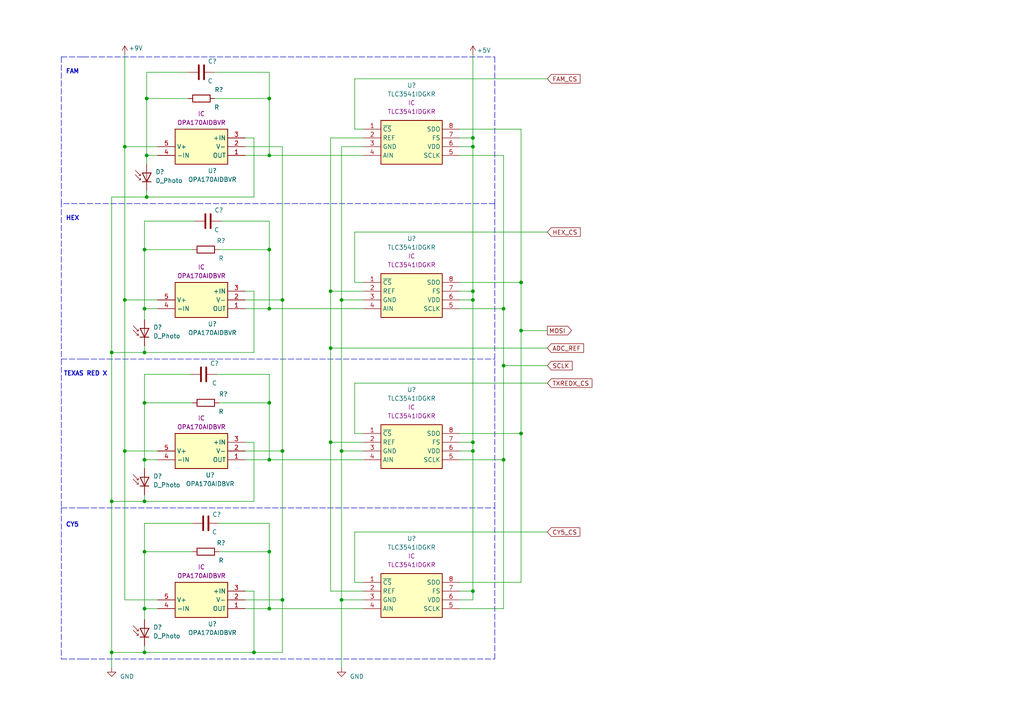
<source format=kicad_sch>
(kicad_sch
	(version 20231120)
	(generator "eeschema")
	(generator_version "8.0")
	(uuid "6997acad-82f2-493b-9e6e-b13cef691b18")
	(paper "A4")
	(lib_symbols
		(symbol "Device:C"
			(pin_numbers hide)
			(pin_names
				(offset 0.254)
			)
			(exclude_from_sim no)
			(in_bom yes)
			(on_board yes)
			(property "Reference" "C"
				(at 0.635 2.54 0)
				(effects
					(font
						(size 1.27 1.27)
					)
					(justify left)
				)
			)
			(property "Value" "C"
				(at 0.635 -2.54 0)
				(effects
					(font
						(size 1.27 1.27)
					)
					(justify left)
				)
			)
			(property "Footprint" ""
				(at 0.9652 -3.81 0)
				(effects
					(font
						(size 1.27 1.27)
					)
					(hide yes)
				)
			)
			(property "Datasheet" "~"
				(at 0 0 0)
				(effects
					(font
						(size 1.27 1.27)
					)
					(hide yes)
				)
			)
			(property "Description" "Unpolarized capacitor"
				(at 0 0 0)
				(effects
					(font
						(size 1.27 1.27)
					)
					(hide yes)
				)
			)
			(property "ki_keywords" "cap capacitor"
				(at 0 0 0)
				(effects
					(font
						(size 1.27 1.27)
					)
					(hide yes)
				)
			)
			(property "ki_fp_filters" "C_*"
				(at 0 0 0)
				(effects
					(font
						(size 1.27 1.27)
					)
					(hide yes)
				)
			)
			(symbol "C_0_1"
				(polyline
					(pts
						(xy -2.032 -0.762) (xy 2.032 -0.762)
					)
					(stroke
						(width 0.508)
						(type default)
					)
					(fill
						(type none)
					)
				)
				(polyline
					(pts
						(xy -2.032 0.762) (xy 2.032 0.762)
					)
					(stroke
						(width 0.508)
						(type default)
					)
					(fill
						(type none)
					)
				)
			)
			(symbol "C_1_1"
				(pin passive line
					(at 0 3.81 270)
					(length 2.794)
					(name "~"
						(effects
							(font
								(size 1.27 1.27)
							)
						)
					)
					(number "1"
						(effects
							(font
								(size 1.27 1.27)
							)
						)
					)
				)
				(pin passive line
					(at 0 -3.81 90)
					(length 2.794)
					(name "~"
						(effects
							(font
								(size 1.27 1.27)
							)
						)
					)
					(number "2"
						(effects
							(font
								(size 1.27 1.27)
							)
						)
					)
				)
			)
		)
		(symbol "Device:D_Photo"
			(pin_numbers hide)
			(pin_names hide)
			(exclude_from_sim no)
			(in_bom yes)
			(on_board yes)
			(property "Reference" "D"
				(at 0.508 1.778 0)
				(effects
					(font
						(size 1.27 1.27)
					)
					(justify left)
				)
			)
			(property "Value" "D_Photo"
				(at -1.016 -2.794 0)
				(effects
					(font
						(size 1.27 1.27)
					)
				)
			)
			(property "Footprint" ""
				(at -1.27 0 0)
				(effects
					(font
						(size 1.27 1.27)
					)
					(hide yes)
				)
			)
			(property "Datasheet" "~"
				(at -1.27 0 0)
				(effects
					(font
						(size 1.27 1.27)
					)
					(hide yes)
				)
			)
			(property "Description" "Photodiode"
				(at 0 0 0)
				(effects
					(font
						(size 1.27 1.27)
					)
					(hide yes)
				)
			)
			(property "ki_keywords" "photodiode diode opto"
				(at 0 0 0)
				(effects
					(font
						(size 1.27 1.27)
					)
					(hide yes)
				)
			)
			(symbol "D_Photo_0_1"
				(polyline
					(pts
						(xy -2.54 1.27) (xy -2.54 -1.27)
					)
					(stroke
						(width 0.254)
						(type default)
					)
					(fill
						(type none)
					)
				)
				(polyline
					(pts
						(xy -2.032 1.778) (xy -1.524 1.778)
					)
					(stroke
						(width 0)
						(type default)
					)
					(fill
						(type none)
					)
				)
				(polyline
					(pts
						(xy 0 0) (xy -2.54 0)
					)
					(stroke
						(width 0)
						(type default)
					)
					(fill
						(type none)
					)
				)
				(polyline
					(pts
						(xy -0.508 3.302) (xy -2.032 1.778) (xy -2.032 2.286)
					)
					(stroke
						(width 0)
						(type default)
					)
					(fill
						(type none)
					)
				)
				(polyline
					(pts
						(xy 0 -1.27) (xy 0 1.27) (xy -2.54 0) (xy 0 -1.27)
					)
					(stroke
						(width 0.254)
						(type default)
					)
					(fill
						(type none)
					)
				)
				(polyline
					(pts
						(xy 0.762 3.302) (xy -0.762 1.778) (xy -0.762 2.286) (xy -0.762 1.778) (xy -0.254 1.778)
					)
					(stroke
						(width 0)
						(type default)
					)
					(fill
						(type none)
					)
				)
			)
			(symbol "D_Photo_1_1"
				(pin passive line
					(at -5.08 0 0)
					(length 2.54)
					(name "K"
						(effects
							(font
								(size 1.27 1.27)
							)
						)
					)
					(number "1"
						(effects
							(font
								(size 1.27 1.27)
							)
						)
					)
				)
				(pin passive line
					(at 2.54 0 180)
					(length 2.54)
					(name "A"
						(effects
							(font
								(size 1.27 1.27)
							)
						)
					)
					(number "2"
						(effects
							(font
								(size 1.27 1.27)
							)
						)
					)
				)
			)
		)
		(symbol "Device:R"
			(pin_numbers hide)
			(pin_names
				(offset 0)
			)
			(exclude_from_sim no)
			(in_bom yes)
			(on_board yes)
			(property "Reference" "R"
				(at 2.032 0 90)
				(effects
					(font
						(size 1.27 1.27)
					)
				)
			)
			(property "Value" "R"
				(at 0 0 90)
				(effects
					(font
						(size 1.27 1.27)
					)
				)
			)
			(property "Footprint" ""
				(at -1.778 0 90)
				(effects
					(font
						(size 1.27 1.27)
					)
					(hide yes)
				)
			)
			(property "Datasheet" "~"
				(at 0 0 0)
				(effects
					(font
						(size 1.27 1.27)
					)
					(hide yes)
				)
			)
			(property "Description" "Resistor"
				(at 0 0 0)
				(effects
					(font
						(size 1.27 1.27)
					)
					(hide yes)
				)
			)
			(property "ki_keywords" "R res resistor"
				(at 0 0 0)
				(effects
					(font
						(size 1.27 1.27)
					)
					(hide yes)
				)
			)
			(property "ki_fp_filters" "R_*"
				(at 0 0 0)
				(effects
					(font
						(size 1.27 1.27)
					)
					(hide yes)
				)
			)
			(symbol "R_0_1"
				(rectangle
					(start -1.016 -2.54)
					(end 1.016 2.54)
					(stroke
						(width 0.254)
						(type default)
					)
					(fill
						(type none)
					)
				)
			)
			(symbol "R_1_1"
				(pin passive line
					(at 0 3.81 270)
					(length 1.27)
					(name "~"
						(effects
							(font
								(size 1.27 1.27)
							)
						)
					)
					(number "1"
						(effects
							(font
								(size 1.27 1.27)
							)
						)
					)
				)
				(pin passive line
					(at 0 -3.81 90)
					(length 1.27)
					(name "~"
						(effects
							(font
								(size 1.27 1.27)
							)
						)
					)
					(number "2"
						(effects
							(font
								(size 1.27 1.27)
							)
						)
					)
				)
			)
		)
		(symbol "OPA170AIDBVR:OPA170AIDBVR"
			(exclude_from_sim no)
			(in_bom yes)
			(on_board yes)
			(property "Reference" ""
				(at 0 0 0)
				(effects
					(font
						(size 1.27 1.27)
					)
				)
			)
			(property "Value" "OPA170AIDBVR"
				(at 0 0 0)
				(effects
					(font
						(size 1.27 1.27)
					)
				)
			)
			(property "Footprint" ""
				(at 0 0 0)
				(effects
					(font
						(size 1.27 1.27)
					)
					(hide yes)
				)
			)
			(property "Datasheet" ""
				(at 0 0 0)
				(effects
					(font
						(size 1.27 1.27)
					)
					(hide yes)
				)
			)
			(property "Description" "36V, microPower, Rail-to-Rail Output, General Purpose Op Amp in MicroPackages"
				(at 0 0 0)
				(effects
					(font
						(size 1.27 1.27)
					)
					(hide yes)
				)
			)
			(property "Reference_1" "IC"
				(at 21.59 7.62 0)
				(effects
					(font
						(size 1.27 1.27)
					)
					(justify left top)
				)
			)
			(property "Value_1" "OPA170AIDBVR"
				(at 21.59 5.08 0)
				(effects
					(font
						(size 1.27 1.27)
					)
					(justify left top)
				)
			)
			(property "Footprint_1" "SOT95P280X145-5N"
				(at 21.59 -94.92 0)
				(effects
					(font
						(size 1.27 1.27)
					)
					(justify left top)
					(hide yes)
				)
			)
			(property "Datasheet_1" "http://www.ti.com/lit/gpn/OPA170"
				(at 21.59 -194.92 0)
				(effects
					(font
						(size 1.27 1.27)
					)
					(justify left top)
					(hide yes)
				)
			)
			(property "Height" "1.45"
				(at 21.59 -394.92 0)
				(effects
					(font
						(size 1.27 1.27)
					)
					(justify left top)
					(hide yes)
				)
			)
			(property "Manufacturer_Name" "Texas Instruments"
				(at 21.59 -494.92 0)
				(effects
					(font
						(size 1.27 1.27)
					)
					(justify left top)
					(hide yes)
				)
			)
			(property "Manufacturer_Part_Number" "OPA170AIDBVR"
				(at 21.59 -594.92 0)
				(effects
					(font
						(size 1.27 1.27)
					)
					(justify left top)
					(hide yes)
				)
			)
			(property "Mouser Part Number" "595-OPA170AIDBVR"
				(at 21.59 -694.92 0)
				(effects
					(font
						(size 1.27 1.27)
					)
					(justify left top)
					(hide yes)
				)
			)
			(property "Mouser Price/Stock" "https://www.mouser.co.uk/ProductDetail/Texas-Instruments/OPA170AIDBVR?qs=tEz3BkPb1rwUhI%252BBd%252BIYQw%3D%3D"
				(at 21.59 -794.92 0)
				(effects
					(font
						(size 1.27 1.27)
					)
					(justify left top)
					(hide yes)
				)
			)
			(property "Arrow Part Number" "OPA170AIDBVR"
				(at 21.59 -894.92 0)
				(effects
					(font
						(size 1.27 1.27)
					)
					(justify left top)
					(hide yes)
				)
			)
			(property "Arrow Price/Stock" "https://www.arrow.com/en/products/opa170aidbvr/texas-instruments?region=nac"
				(at 21.59 -994.92 0)
				(effects
					(font
						(size 1.27 1.27)
					)
					(justify left top)
					(hide yes)
				)
			)
			(symbol "OPA170AIDBVR_1_1"
				(rectangle
					(start 5.08 2.54)
					(end 20.32 -7.62)
					(stroke
						(width 0.254)
						(type default)
					)
					(fill
						(type background)
					)
				)
				(pin passive line
					(at 0 0 0)
					(length 5.08)
					(name "OUT"
						(effects
							(font
								(size 1.27 1.27)
							)
						)
					)
					(number "1"
						(effects
							(font
								(size 1.27 1.27)
							)
						)
					)
				)
				(pin passive line
					(at 0 -2.54 0)
					(length 5.08)
					(name "V-"
						(effects
							(font
								(size 1.27 1.27)
							)
						)
					)
					(number "2"
						(effects
							(font
								(size 1.27 1.27)
							)
						)
					)
				)
				(pin passive line
					(at 0 -5.08 0)
					(length 5.08)
					(name "+IN"
						(effects
							(font
								(size 1.27 1.27)
							)
						)
					)
					(number "3"
						(effects
							(font
								(size 1.27 1.27)
							)
						)
					)
				)
				(pin passive line
					(at 25.4 0 180)
					(length 5.08)
					(name "-IN"
						(effects
							(font
								(size 1.27 1.27)
							)
						)
					)
					(number "4"
						(effects
							(font
								(size 1.27 1.27)
							)
						)
					)
				)
				(pin passive line
					(at 25.4 -2.54 180)
					(length 5.08)
					(name "V+"
						(effects
							(font
								(size 1.27 1.27)
							)
						)
					)
					(number "5"
						(effects
							(font
								(size 1.27 1.27)
							)
						)
					)
				)
			)
		)
		(symbol "TLC3541IDGKR:TLC3541IDGKR"
			(exclude_from_sim no)
			(in_bom yes)
			(on_board yes)
			(property "Reference" ""
				(at 0 0 0)
				(effects
					(font
						(size 1.27 1.27)
					)
				)
			)
			(property "Value" "TLC3541IDGKR"
				(at 0 0 0)
				(effects
					(font
						(size 1.27 1.27)
					)
				)
			)
			(property "Footprint" ""
				(at 0 0 0)
				(effects
					(font
						(size 1.27 1.27)
					)
					(hide yes)
				)
			)
			(property "Datasheet" ""
				(at 0 0 0)
				(effects
					(font
						(size 1.27 1.27)
					)
					(hide yes)
				)
			)
			(property "Description" "Single Channel Single ADC SAR 200ksps 14-bit Serial 8-Pin VSSOP T/R"
				(at 0 0 0)
				(effects
					(font
						(size 1.27 1.27)
					)
					(hide yes)
				)
			)
			(property "Reference_1" "IC"
				(at 24.13 7.62 0)
				(effects
					(font
						(size 1.27 1.27)
					)
					(justify left top)
				)
			)
			(property "Value_1" "TLC3541IDGKR"
				(at 24.13 5.08 0)
				(effects
					(font
						(size 1.27 1.27)
					)
					(justify left top)
				)
			)
			(property "Footprint_1" "SOP65P490X110-8N"
				(at 24.13 -94.92 0)
				(effects
					(font
						(size 1.27 1.27)
					)
					(justify left top)
					(hide yes)
				)
			)
			(property "Datasheet_1" "https://www.ti.com/general/docs/suppproductinfo.tsp?distId=10&gotoUrl=https%3A%2F%2Fwww.ti.com%2Flit%2Fgpn%2Ftlc3541"
				(at 24.13 -194.92 0)
				(effects
					(font
						(size 1.27 1.27)
					)
					(justify left top)
					(hide yes)
				)
			)
			(property "Height" "1.1"
				(at 24.13 -394.92 0)
				(effects
					(font
						(size 1.27 1.27)
					)
					(justify left top)
					(hide yes)
				)
			)
			(property "Manufacturer_Name" "Texas Instruments"
				(at 24.13 -494.92 0)
				(effects
					(font
						(size 1.27 1.27)
					)
					(justify left top)
					(hide yes)
				)
			)
			(property "Manufacturer_Part_Number" "TLC3541IDGKR"
				(at 24.13 -594.92 0)
				(effects
					(font
						(size 1.27 1.27)
					)
					(justify left top)
					(hide yes)
				)
			)
			(property "Mouser Part Number" "595-TLC3541IDGKR"
				(at 24.13 -694.92 0)
				(effects
					(font
						(size 1.27 1.27)
					)
					(justify left top)
					(hide yes)
				)
			)
			(property "Mouser Price/Stock" "https://www.mouser.com/Search/Refine.aspx?Keyword=595-TLC3541IDGKR"
				(at 24.13 -794.92 0)
				(effects
					(font
						(size 1.27 1.27)
					)
					(justify left top)
					(hide yes)
				)
			)
			(property "Arrow Part Number" "TLC3541IDGKR"
				(at 24.13 -894.92 0)
				(effects
					(font
						(size 1.27 1.27)
					)
					(justify left top)
					(hide yes)
				)
			)
			(property "Arrow Price/Stock" "https://www.arrow.com/en/products/tlc3541idgkr/texas-instruments"
				(at 24.13 -994.92 0)
				(effects
					(font
						(size 1.27 1.27)
					)
					(justify left top)
					(hide yes)
				)
			)
			(symbol "TLC3541IDGKR_1_1"
				(rectangle
					(start 5.08 2.54)
					(end 22.86 -10.16)
					(stroke
						(width 0.254)
						(type default)
					)
					(fill
						(type background)
					)
				)
				(pin passive line
					(at 0 0 0)
					(length 5.08)
					(name "~{CS}"
						(effects
							(font
								(size 1.27 1.27)
							)
						)
					)
					(number "1"
						(effects
							(font
								(size 1.27 1.27)
							)
						)
					)
				)
				(pin passive line
					(at 0 -2.54 0)
					(length 5.08)
					(name "REF"
						(effects
							(font
								(size 1.27 1.27)
							)
						)
					)
					(number "2"
						(effects
							(font
								(size 1.27 1.27)
							)
						)
					)
				)
				(pin passive line
					(at 0 -5.08 0)
					(length 5.08)
					(name "GND"
						(effects
							(font
								(size 1.27 1.27)
							)
						)
					)
					(number "3"
						(effects
							(font
								(size 1.27 1.27)
							)
						)
					)
				)
				(pin passive line
					(at 0 -7.62 0)
					(length 5.08)
					(name "AIN"
						(effects
							(font
								(size 1.27 1.27)
							)
						)
					)
					(number "4"
						(effects
							(font
								(size 1.27 1.27)
							)
						)
					)
				)
				(pin passive line
					(at 27.94 -7.62 180)
					(length 5.08)
					(name "SCLK"
						(effects
							(font
								(size 1.27 1.27)
							)
						)
					)
					(number "5"
						(effects
							(font
								(size 1.27 1.27)
							)
						)
					)
				)
				(pin passive line
					(at 27.94 -5.08 180)
					(length 5.08)
					(name "VDD"
						(effects
							(font
								(size 1.27 1.27)
							)
						)
					)
					(number "6"
						(effects
							(font
								(size 1.27 1.27)
							)
						)
					)
				)
				(pin passive line
					(at 27.94 -2.54 180)
					(length 5.08)
					(name "FS"
						(effects
							(font
								(size 1.27 1.27)
							)
						)
					)
					(number "7"
						(effects
							(font
								(size 1.27 1.27)
							)
						)
					)
				)
				(pin passive line
					(at 27.94 0 180)
					(length 5.08)
					(name "SDO"
						(effects
							(font
								(size 1.27 1.27)
							)
						)
					)
					(number "8"
						(effects
							(font
								(size 1.27 1.27)
							)
						)
					)
				)
			)
		)
		(symbol "power:+5V"
			(power)
			(pin_names
				(offset 0)
			)
			(exclude_from_sim no)
			(in_bom yes)
			(on_board yes)
			(property "Reference" "#PWR"
				(at 0 -3.81 0)
				(effects
					(font
						(size 1.27 1.27)
					)
					(hide yes)
				)
			)
			(property "Value" "+5V"
				(at 0 3.556 0)
				(effects
					(font
						(size 1.27 1.27)
					)
				)
			)
			(property "Footprint" ""
				(at 0 0 0)
				(effects
					(font
						(size 1.27 1.27)
					)
					(hide yes)
				)
			)
			(property "Datasheet" ""
				(at 0 0 0)
				(effects
					(font
						(size 1.27 1.27)
					)
					(hide yes)
				)
			)
			(property "Description" "Power symbol creates a global label with name \"+5V\""
				(at 0 0 0)
				(effects
					(font
						(size 1.27 1.27)
					)
					(hide yes)
				)
			)
			(property "ki_keywords" "power-flag"
				(at 0 0 0)
				(effects
					(font
						(size 1.27 1.27)
					)
					(hide yes)
				)
			)
			(symbol "+5V_0_1"
				(polyline
					(pts
						(xy -0.762 1.27) (xy 0 2.54)
					)
					(stroke
						(width 0)
						(type default)
					)
					(fill
						(type none)
					)
				)
				(polyline
					(pts
						(xy 0 0) (xy 0 2.54)
					)
					(stroke
						(width 0)
						(type default)
					)
					(fill
						(type none)
					)
				)
				(polyline
					(pts
						(xy 0 2.54) (xy 0.762 1.27)
					)
					(stroke
						(width 0)
						(type default)
					)
					(fill
						(type none)
					)
				)
			)
			(symbol "+5V_1_1"
				(pin power_in line
					(at 0 0 90)
					(length 0) hide
					(name "+5V"
						(effects
							(font
								(size 1.27 1.27)
							)
						)
					)
					(number "1"
						(effects
							(font
								(size 1.27 1.27)
							)
						)
					)
				)
			)
		)
		(symbol "power:+9V"
			(power)
			(pin_names
				(offset 0)
			)
			(exclude_from_sim no)
			(in_bom yes)
			(on_board yes)
			(property "Reference" "#PWR"
				(at 0 -3.81 0)
				(effects
					(font
						(size 1.27 1.27)
					)
					(hide yes)
				)
			)
			(property "Value" "+9V"
				(at 0 3.556 0)
				(effects
					(font
						(size 1.27 1.27)
					)
				)
			)
			(property "Footprint" ""
				(at 0 0 0)
				(effects
					(font
						(size 1.27 1.27)
					)
					(hide yes)
				)
			)
			(property "Datasheet" ""
				(at 0 0 0)
				(effects
					(font
						(size 1.27 1.27)
					)
					(hide yes)
				)
			)
			(property "Description" "Power symbol creates a global label with name \"+9V\""
				(at 0 0 0)
				(effects
					(font
						(size 1.27 1.27)
					)
					(hide yes)
				)
			)
			(property "ki_keywords" "power-flag"
				(at 0 0 0)
				(effects
					(font
						(size 1.27 1.27)
					)
					(hide yes)
				)
			)
			(symbol "+9V_0_1"
				(polyline
					(pts
						(xy -0.762 1.27) (xy 0 2.54)
					)
					(stroke
						(width 0)
						(type default)
					)
					(fill
						(type none)
					)
				)
				(polyline
					(pts
						(xy 0 0) (xy 0 2.54)
					)
					(stroke
						(width 0)
						(type default)
					)
					(fill
						(type none)
					)
				)
				(polyline
					(pts
						(xy 0 2.54) (xy 0.762 1.27)
					)
					(stroke
						(width 0)
						(type default)
					)
					(fill
						(type none)
					)
				)
			)
			(symbol "+9V_1_1"
				(pin power_in line
					(at 0 0 90)
					(length 0) hide
					(name "+9V"
						(effects
							(font
								(size 1.27 1.27)
							)
						)
					)
					(number "1"
						(effects
							(font
								(size 1.27 1.27)
							)
						)
					)
				)
			)
		)
		(symbol "power:GND"
			(power)
			(pin_names
				(offset 0)
			)
			(exclude_from_sim no)
			(in_bom yes)
			(on_board yes)
			(property "Reference" "#PWR"
				(at 0 -6.35 0)
				(effects
					(font
						(size 1.27 1.27)
					)
					(hide yes)
				)
			)
			(property "Value" "GND"
				(at 0 -3.81 0)
				(effects
					(font
						(size 1.27 1.27)
					)
				)
			)
			(property "Footprint" ""
				(at 0 0 0)
				(effects
					(font
						(size 1.27 1.27)
					)
					(hide yes)
				)
			)
			(property "Datasheet" ""
				(at 0 0 0)
				(effects
					(font
						(size 1.27 1.27)
					)
					(hide yes)
				)
			)
			(property "Description" "Power symbol creates a global label with name \"GND\" , ground"
				(at 0 0 0)
				(effects
					(font
						(size 1.27 1.27)
					)
					(hide yes)
				)
			)
			(property "ki_keywords" "power-flag"
				(at 0 0 0)
				(effects
					(font
						(size 1.27 1.27)
					)
					(hide yes)
				)
			)
			(symbol "GND_0_1"
				(polyline
					(pts
						(xy 0 0) (xy 0 -1.27) (xy 1.27 -1.27) (xy 0 -2.54) (xy -1.27 -1.27) (xy 0 -1.27)
					)
					(stroke
						(width 0)
						(type default)
					)
					(fill
						(type none)
					)
				)
			)
			(symbol "GND_1_1"
				(pin power_in line
					(at 0 0 270)
					(length 0) hide
					(name "GND"
						(effects
							(font
								(size 1.27 1.27)
							)
						)
					)
					(number "1"
						(effects
							(font
								(size 1.27 1.27)
							)
						)
					)
				)
			)
		)
	)
	(junction
		(at 73.66 189.23)
		(diameter 0)
		(color 0 0 0 0)
		(uuid "132a728e-9708-4c42-8a8d-dd314b11a26b")
	)
	(junction
		(at 41.91 102.235)
		(diameter 0)
		(color 0 0 0 0)
		(uuid "1af48f44-1743-43fe-b3d7-507eb5f0a2ec")
	)
	(junction
		(at 137.16 86.995)
		(diameter 0)
		(color 0 0 0 0)
		(uuid "26fe4a66-765d-4163-9934-1b2ce7cb9f87")
	)
	(junction
		(at 36.195 42.545)
		(diameter 0)
		(color 0 0 0 0)
		(uuid "27c4788e-d16c-4e75-a8e0-2b7694a69296")
	)
	(junction
		(at 151.13 125.73)
		(diameter 0)
		(color 0 0 0 0)
		(uuid "2ea81fea-4b1f-4e5d-b947-86302b30aca6")
	)
	(junction
		(at 137.16 171.45)
		(diameter 0)
		(color 0 0 0 0)
		(uuid "2f0f9b5e-8bba-4492-8899-5bd228117b31")
	)
	(junction
		(at 99.06 86.995)
		(diameter 0)
		(color 0 0 0 0)
		(uuid "301faadc-1ad4-4d8c-8703-035aba5ece5d")
	)
	(junction
		(at 42.545 45.085)
		(diameter 0)
		(color 0 0 0 0)
		(uuid "349aaf1f-920f-4cd7-a796-a43040918eaf")
	)
	(junction
		(at 41.91 145.415)
		(diameter 0)
		(color 0 0 0 0)
		(uuid "35c465bb-bb92-4d0d-af4e-171aaf6d6dec")
	)
	(junction
		(at 95.885 100.965)
		(diameter 0)
		(color 0 0 0 0)
		(uuid "400da929-16b1-4dc2-a4d5-522d903e6310")
	)
	(junction
		(at 42.545 28.575)
		(diameter 0)
		(color 0 0 0 0)
		(uuid "430ad7ed-cb03-4e83-b767-689e6eadf8b5")
	)
	(junction
		(at 137.16 84.455)
		(diameter 0)
		(color 0 0 0 0)
		(uuid "46409962-2312-4b25-a704-e34cbd7a040a")
	)
	(junction
		(at 41.91 189.23)
		(diameter 0)
		(color 0 0 0 0)
		(uuid "4b3b4f31-6c3c-40d3-9203-ed05e8b10027")
	)
	(junction
		(at 78.105 116.84)
		(diameter 0)
		(color 0 0 0 0)
		(uuid "5097da22-bb79-4140-abcd-4f08d9aae09c")
	)
	(junction
		(at 78.105 72.39)
		(diameter 0)
		(color 0 0 0 0)
		(uuid "52d72f37-fc2a-4cab-88b1-c8ee1694ca48")
	)
	(junction
		(at 137.16 40.005)
		(diameter 0)
		(color 0 0 0 0)
		(uuid "5fbfe501-7645-4ea9-9a0f-6bcf03c61cd9")
	)
	(junction
		(at 137.16 42.545)
		(diameter 0)
		(color 0 0 0 0)
		(uuid "66c62020-2d6e-48ad-b3c8-e6a699763397")
	)
	(junction
		(at 32.385 102.235)
		(diameter 0)
		(color 0 0 0 0)
		(uuid "6af5a20f-ba5a-42e4-90e5-ad1266085a1a")
	)
	(junction
		(at 99.06 130.81)
		(diameter 0)
		(color 0 0 0 0)
		(uuid "72732eef-3039-4172-aefb-c082832523a1")
	)
	(junction
		(at 78.105 45.085)
		(diameter 0)
		(color 0 0 0 0)
		(uuid "73810d05-bb67-47d5-ac8f-10d96496d302")
	)
	(junction
		(at 146.05 106.045)
		(diameter 0)
		(color 0 0 0 0)
		(uuid "75a807be-9b7c-4756-866c-98d5344d6c3d")
	)
	(junction
		(at 99.06 173.99)
		(diameter 0)
		(color 0 0 0 0)
		(uuid "80aa9cc3-ce6a-4a13-9487-532666b3a645")
	)
	(junction
		(at 95.885 128.27)
		(diameter 0)
		(color 0 0 0 0)
		(uuid "8451cdac-dd3a-4fae-8377-83830447c192")
	)
	(junction
		(at 36.195 86.995)
		(diameter 0)
		(color 0 0 0 0)
		(uuid "848072df-bb48-46cf-8d6a-e69843caf477")
	)
	(junction
		(at 41.91 133.35)
		(diameter 0)
		(color 0 0 0 0)
		(uuid "8c3a442d-a2cd-4bc6-a7cd-753a6232cb3a")
	)
	(junction
		(at 81.915 173.99)
		(diameter 0)
		(color 0 0 0 0)
		(uuid "9484bbe9-ef24-4e45-b6ea-aad2f8bfb8f1")
	)
	(junction
		(at 78.105 28.575)
		(diameter 0)
		(color 0 0 0 0)
		(uuid "94e096bd-b00f-42de-846c-dbc453be8d9a")
	)
	(junction
		(at 81.915 86.995)
		(diameter 0)
		(color 0 0 0 0)
		(uuid "963bb3fd-6784-402e-a2a1-854818625042")
	)
	(junction
		(at 41.91 89.535)
		(diameter 0)
		(color 0 0 0 0)
		(uuid "98c21eba-e1e3-4574-bd87-23572b898046")
	)
	(junction
		(at 32.385 189.23)
		(diameter 0)
		(color 0 0 0 0)
		(uuid "9f79f55a-0db5-4bfb-a723-27ee2cca29f0")
	)
	(junction
		(at 151.13 95.885)
		(diameter 0)
		(color 0 0 0 0)
		(uuid "a234887c-90ac-4d07-ba2a-160bfd845047")
	)
	(junction
		(at 151.13 81.915)
		(diameter 0)
		(color 0 0 0 0)
		(uuid "a4f7af1d-5d67-4638-96ec-60c3682eed28")
	)
	(junction
		(at 137.16 128.27)
		(diameter 0)
		(color 0 0 0 0)
		(uuid "ace0b84f-480e-4ed4-a4a6-981412c31571")
	)
	(junction
		(at 78.105 89.535)
		(diameter 0)
		(color 0 0 0 0)
		(uuid "ba4d55d4-a138-49f3-907d-29ef5818441f")
	)
	(junction
		(at 32.385 145.415)
		(diameter 0)
		(color 0 0 0 0)
		(uuid "bba9ace9-f097-485b-9678-505e5edf7313")
	)
	(junction
		(at 42.545 57.15)
		(diameter 0)
		(color 0 0 0 0)
		(uuid "bd7bf443-6111-4ec5-bb22-b7c3f36493d7")
	)
	(junction
		(at 146.05 89.535)
		(diameter 0)
		(color 0 0 0 0)
		(uuid "be36e94c-5ec9-414d-9f82-7cccc02eb9b7")
	)
	(junction
		(at 81.915 130.81)
		(diameter 0)
		(color 0 0 0 0)
		(uuid "c9cea669-1884-437c-a891-fa2fcb079e50")
	)
	(junction
		(at 78.105 133.35)
		(diameter 0)
		(color 0 0 0 0)
		(uuid "cb6eee72-0a92-42d5-91dc-6acceb395fb2")
	)
	(junction
		(at 78.105 176.53)
		(diameter 0)
		(color 0 0 0 0)
		(uuid "d92dd49c-8a08-48f8-bc37-6cf873fe49bf")
	)
	(junction
		(at 146.05 133.35)
		(diameter 0)
		(color 0 0 0 0)
		(uuid "db77c63e-0fc9-48ab-88a8-21197a25e60b")
	)
	(junction
		(at 137.16 130.81)
		(diameter 0)
		(color 0 0 0 0)
		(uuid "de165d40-bbbc-4d68-a6ea-bc77973cab35")
	)
	(junction
		(at 95.885 84.455)
		(diameter 0)
		(color 0 0 0 0)
		(uuid "e213317e-8cc7-4610-ac69-52ec71810d0a")
	)
	(junction
		(at 41.91 176.53)
		(diameter 0)
		(color 0 0 0 0)
		(uuid "e5e6e251-f224-49ca-ac09-9e824d7e6656")
	)
	(junction
		(at 41.91 72.39)
		(diameter 0)
		(color 0 0 0 0)
		(uuid "e6639fa8-1e34-457e-9c6e-9730e6a4a923")
	)
	(junction
		(at 41.91 116.84)
		(diameter 0)
		(color 0 0 0 0)
		(uuid "e694be70-e5e2-4a7e-8470-17138985e06b")
	)
	(junction
		(at 36.195 130.81)
		(diameter 0)
		(color 0 0 0 0)
		(uuid "ea7d6b9f-cf32-4465-8f68-88d21819c3e9")
	)
	(junction
		(at 41.91 160.02)
		(diameter 0)
		(color 0 0 0 0)
		(uuid "f119fe9f-aea9-4d40-9e6f-9eec287433f9")
	)
	(junction
		(at 78.105 160.02)
		(diameter 0)
		(color 0 0 0 0)
		(uuid "f93ab6c1-6595-46a0-a26e-6e80a663aef3")
	)
	(polyline
		(pts
			(xy 143.51 191.135) (xy 143.51 147.32)
		)
		(stroke
			(width 0)
			(type dash)
		)
		(uuid "00345c8e-1bf2-4fa2-ab66-bb244c7ca564")
	)
	(wire
		(pts
			(xy 102.87 125.73) (xy 102.87 111.125)
		)
		(stroke
			(width 0)
			(type default)
		)
		(uuid "01320f75-a640-4f0b-91e9-37d28ca7e546")
	)
	(wire
		(pts
			(xy 105.41 125.73) (xy 102.87 125.73)
		)
		(stroke
			(width 0)
			(type default)
		)
		(uuid "01959e5d-5985-4fb1-9d49-b34cf117b3d0")
	)
	(wire
		(pts
			(xy 95.885 40.005) (xy 105.41 40.005)
		)
		(stroke
			(width 0)
			(type default)
		)
		(uuid "01a3e33a-cde7-4193-9477-12c00106b1fc")
	)
	(wire
		(pts
			(xy 146.05 106.045) (xy 158.75 106.045)
		)
		(stroke
			(width 0)
			(type default)
		)
		(uuid "01eb8ad6-9534-4990-880e-782b6fe07978")
	)
	(wire
		(pts
			(xy 95.885 84.455) (xy 95.885 100.965)
		)
		(stroke
			(width 0)
			(type default)
		)
		(uuid "0394f42c-0f96-4902-b9bc-ce5a0cd02b01")
	)
	(wire
		(pts
			(xy 41.91 108.585) (xy 41.91 116.84)
		)
		(stroke
			(width 0)
			(type default)
		)
		(uuid "0521b177-6884-489b-8080-d6edaab1a677")
	)
	(wire
		(pts
			(xy 99.06 130.81) (xy 105.41 130.81)
		)
		(stroke
			(width 0)
			(type default)
		)
		(uuid "05d4147f-7438-40c5-9ae5-ca6e8fc4f427")
	)
	(wire
		(pts
			(xy 78.105 45.085) (xy 78.105 28.575)
		)
		(stroke
			(width 0)
			(type default)
		)
		(uuid "0714922c-2fdd-4a42-b655-0c8d4db0e1c4")
	)
	(wire
		(pts
			(xy 71.12 171.45) (xy 73.66 171.45)
		)
		(stroke
			(width 0)
			(type default)
		)
		(uuid "0784435b-446b-4f65-9abf-a6649099d9cf")
	)
	(wire
		(pts
			(xy 41.91 133.35) (xy 45.72 133.35)
		)
		(stroke
			(width 0)
			(type default)
		)
		(uuid "085e602d-6c77-4031-8475-debdc753b28f")
	)
	(polyline
		(pts
			(xy 17.78 16.51) (xy 17.78 59.055)
		)
		(stroke
			(width 0)
			(type dash)
		)
		(uuid "09955f9d-40bc-46f0-b814-20ad2e90698b")
	)
	(wire
		(pts
			(xy 71.12 130.81) (xy 81.915 130.81)
		)
		(stroke
			(width 0)
			(type default)
		)
		(uuid "0a494f59-767e-45a4-a821-14cd65e07d40")
	)
	(polyline
		(pts
			(xy 17.78 147.32) (xy 24.13 147.32)
		)
		(stroke
			(width 0)
			(type dash)
		)
		(uuid "0bbdfdb6-ad57-4488-b44e-be5a70c0013d")
	)
	(wire
		(pts
			(xy 41.91 151.765) (xy 41.91 160.02)
		)
		(stroke
			(width 0)
			(type default)
		)
		(uuid "0d389d27-5769-48ce-8711-cab314c1c444")
	)
	(wire
		(pts
			(xy 99.06 173.99) (xy 105.41 173.99)
		)
		(stroke
			(width 0)
			(type default)
		)
		(uuid "0d6f332f-9ae9-4070-a5bd-5120182cfd89")
	)
	(wire
		(pts
			(xy 81.915 42.545) (xy 81.915 86.995)
		)
		(stroke
			(width 0)
			(type default)
		)
		(uuid "0e06d1f5-b5f6-47a7-ba18-84292a4ef27a")
	)
	(wire
		(pts
			(xy 71.12 173.99) (xy 81.915 173.99)
		)
		(stroke
			(width 0)
			(type default)
		)
		(uuid "135f0434-3e46-4e6e-927e-9a4e8b5f9094")
	)
	(wire
		(pts
			(xy 81.915 173.99) (xy 81.915 189.23)
		)
		(stroke
			(width 0)
			(type default)
		)
		(uuid "13765d92-af7e-4144-a3bd-f4236ee71061")
	)
	(wire
		(pts
			(xy 45.72 45.085) (xy 42.545 45.085)
		)
		(stroke
			(width 0)
			(type default)
		)
		(uuid "13aa783d-8054-4e0f-8cca-d0b064d97566")
	)
	(wire
		(pts
			(xy 41.91 72.39) (xy 41.91 89.535)
		)
		(stroke
			(width 0)
			(type default)
		)
		(uuid "148ad2c8-ec10-4251-a7c8-62a9fc922913")
	)
	(wire
		(pts
			(xy 32.385 57.15) (xy 32.385 102.235)
		)
		(stroke
			(width 0)
			(type default)
		)
		(uuid "16a0fb0c-6871-4160-be30-e728cd7565fc")
	)
	(wire
		(pts
			(xy 41.91 187.325) (xy 41.91 189.23)
		)
		(stroke
			(width 0)
			(type default)
		)
		(uuid "1742d870-5bb9-46c1-92a9-246344e3dede")
	)
	(wire
		(pts
			(xy 62.865 108.585) (xy 78.105 108.585)
		)
		(stroke
			(width 0)
			(type default)
		)
		(uuid "17fecf03-f3ca-4203-965d-2d3c293c7dfc")
	)
	(wire
		(pts
			(xy 151.13 37.465) (xy 151.13 81.915)
		)
		(stroke
			(width 0)
			(type default)
		)
		(uuid "1827cf1e-f6cd-4ac3-98f1-eefaa969b224")
	)
	(wire
		(pts
			(xy 151.13 81.915) (xy 151.13 95.885)
		)
		(stroke
			(width 0)
			(type default)
		)
		(uuid "19cebfb3-e9a5-4538-b521-6eb508a438f0")
	)
	(polyline
		(pts
			(xy 17.78 104.14) (xy 17.78 147.32)
		)
		(stroke
			(width 0)
			(type dash)
		)
		(uuid "1b21bd83-1654-4a64-9369-e8c6cce4daf2")
	)
	(wire
		(pts
			(xy 137.16 86.995) (xy 137.16 128.27)
		)
		(stroke
			(width 0)
			(type default)
		)
		(uuid "203628e6-398a-467c-8c3c-370e65df8343")
	)
	(wire
		(pts
			(xy 41.91 160.02) (xy 41.91 176.53)
		)
		(stroke
			(width 0)
			(type default)
		)
		(uuid "2095713b-218a-4b23-b878-a5e9d43d0155")
	)
	(wire
		(pts
			(xy 78.105 176.53) (xy 78.105 160.02)
		)
		(stroke
			(width 0)
			(type default)
		)
		(uuid "25617268-f313-4721-a3c1-a5b69b6b671e")
	)
	(wire
		(pts
			(xy 133.35 130.81) (xy 137.16 130.81)
		)
		(stroke
			(width 0)
			(type default)
		)
		(uuid "25807aa6-f2b4-46c3-beab-a73099b77e56")
	)
	(wire
		(pts
			(xy 133.35 81.915) (xy 151.13 81.915)
		)
		(stroke
			(width 0)
			(type default)
		)
		(uuid "25bdf8e0-7147-4fbc-9eb9-f84d0e77b68b")
	)
	(wire
		(pts
			(xy 71.12 45.085) (xy 78.105 45.085)
		)
		(stroke
			(width 0)
			(type default)
		)
		(uuid "285700be-8ce3-4e13-a97a-cddbc60b1c1d")
	)
	(wire
		(pts
			(xy 73.66 84.455) (xy 73.66 102.235)
		)
		(stroke
			(width 0)
			(type default)
		)
		(uuid "287ca886-cc1b-4ad6-b5ca-a3b87aa1416b")
	)
	(wire
		(pts
			(xy 102.87 81.915) (xy 102.87 67.31)
		)
		(stroke
			(width 0)
			(type default)
		)
		(uuid "28abf0b8-6d67-4c7a-bc09-d05a8f535017")
	)
	(wire
		(pts
			(xy 71.12 89.535) (xy 78.105 89.535)
		)
		(stroke
			(width 0)
			(type default)
		)
		(uuid "2ac0be5a-f56e-41a6-9997-6a964175030e")
	)
	(wire
		(pts
			(xy 78.105 72.39) (xy 63.5 72.39)
		)
		(stroke
			(width 0)
			(type default)
		)
		(uuid "2c1d1fbe-39c7-4f2b-ac54-76ebd2647b28")
	)
	(wire
		(pts
			(xy 42.545 20.955) (xy 42.545 28.575)
		)
		(stroke
			(width 0)
			(type default)
		)
		(uuid "2cd329a4-099d-4a63-b076-8d9db1573d88")
	)
	(wire
		(pts
			(xy 102.87 154.305) (xy 158.75 154.305)
		)
		(stroke
			(width 0)
			(type default)
		)
		(uuid "31d826ad-bfd9-422b-ae7e-c64dcc633eae")
	)
	(wire
		(pts
			(xy 41.91 133.35) (xy 41.91 135.89)
		)
		(stroke
			(width 0)
			(type default)
		)
		(uuid "33b26354-3f84-4ca1-8218-5e67ff8f77d3")
	)
	(wire
		(pts
			(xy 55.88 116.84) (xy 41.91 116.84)
		)
		(stroke
			(width 0)
			(type default)
		)
		(uuid "35e83459-529e-4b08-a6b7-d5bd935365a1")
	)
	(wire
		(pts
			(xy 36.195 173.99) (xy 45.72 173.99)
		)
		(stroke
			(width 0)
			(type default)
		)
		(uuid "360eba4e-10f9-48d0-b5e4-891ed7b693ed")
	)
	(wire
		(pts
			(xy 41.91 100.33) (xy 41.91 102.235)
		)
		(stroke
			(width 0)
			(type default)
		)
		(uuid "37973841-ec57-42e6-979a-d285bdcfd28e")
	)
	(wire
		(pts
			(xy 81.915 130.81) (xy 81.915 173.99)
		)
		(stroke
			(width 0)
			(type default)
		)
		(uuid "3941e6e9-54e1-404b-8834-750430f5ba5a")
	)
	(wire
		(pts
			(xy 99.06 42.545) (xy 99.06 86.995)
		)
		(stroke
			(width 0)
			(type default)
		)
		(uuid "39bb7167-b7be-46ea-99b5-81f95642de5e")
	)
	(wire
		(pts
			(xy 41.91 72.39) (xy 55.88 72.39)
		)
		(stroke
			(width 0)
			(type default)
		)
		(uuid "3aca7a43-3d67-4ba8-8b3e-05c9482fe0d2")
	)
	(wire
		(pts
			(xy 78.105 20.955) (xy 62.23 20.955)
		)
		(stroke
			(width 0)
			(type default)
		)
		(uuid "40406d52-29c6-443d-92fa-8ffbd88a7f23")
	)
	(wire
		(pts
			(xy 41.91 151.765) (xy 55.88 151.765)
		)
		(stroke
			(width 0)
			(type default)
		)
		(uuid "414d551e-021c-4aec-a956-75844b8c32af")
	)
	(wire
		(pts
			(xy 78.105 176.53) (xy 105.41 176.53)
		)
		(stroke
			(width 0)
			(type default)
		)
		(uuid "42b81555-9cb7-4d8f-90c2-bbb175b6b511")
	)
	(wire
		(pts
			(xy 32.385 189.23) (xy 41.91 189.23)
		)
		(stroke
			(width 0)
			(type default)
		)
		(uuid "43502c96-d2bd-4d61-b158-0e8ae872272c")
	)
	(wire
		(pts
			(xy 78.105 28.575) (xy 62.23 28.575)
		)
		(stroke
			(width 0)
			(type default)
		)
		(uuid "445b5f0d-2b26-4346-9a1f-bbef30637ff4")
	)
	(wire
		(pts
			(xy 41.91 89.535) (xy 41.91 92.71)
		)
		(stroke
			(width 0)
			(type default)
		)
		(uuid "44be788c-cfe6-48ad-8b75-f92413e7489f")
	)
	(wire
		(pts
			(xy 99.06 130.81) (xy 99.06 173.99)
		)
		(stroke
			(width 0)
			(type default)
		)
		(uuid "46210d0b-60da-4ea1-b621-e122b27ff592")
	)
	(polyline
		(pts
			(xy 17.78 147.32) (xy 17.78 191.135)
		)
		(stroke
			(width 0)
			(type dash)
		)
		(uuid "4863d683-af8c-4592-8e67-1f6dd997c227")
	)
	(wire
		(pts
			(xy 41.91 145.415) (xy 73.66 145.415)
		)
		(stroke
			(width 0)
			(type default)
		)
		(uuid "4ab79c13-f3eb-414a-9774-1f75131da0fa")
	)
	(wire
		(pts
			(xy 133.35 42.545) (xy 137.16 42.545)
		)
		(stroke
			(width 0)
			(type default)
		)
		(uuid "4c7b08f2-599c-4e15-8eb6-6f0d04f806a7")
	)
	(wire
		(pts
			(xy 36.195 42.545) (xy 36.195 86.995)
		)
		(stroke
			(width 0)
			(type default)
		)
		(uuid "4ca062ef-fc06-4d14-9481-e657af4294ac")
	)
	(wire
		(pts
			(xy 41.91 102.235) (xy 73.66 102.235)
		)
		(stroke
			(width 0)
			(type default)
		)
		(uuid "4ed7a26c-65dd-4669-bcba-4621017c08b3")
	)
	(wire
		(pts
			(xy 137.16 130.81) (xy 137.16 171.45)
		)
		(stroke
			(width 0)
			(type default)
		)
		(uuid "4f1bf3de-b198-498a-9cc8-111faca2125f")
	)
	(wire
		(pts
			(xy 137.16 42.545) (xy 137.16 84.455)
		)
		(stroke
			(width 0)
			(type default)
		)
		(uuid "51a759ca-4368-41bc-b80f-9fa904ad9105")
	)
	(wire
		(pts
			(xy 55.88 160.02) (xy 41.91 160.02)
		)
		(stroke
			(width 0)
			(type default)
		)
		(uuid "51aff4cc-24e2-460b-b9c5-5911d79b1ffc")
	)
	(polyline
		(pts
			(xy 17.78 104.14) (xy 24.13 104.14)
		)
		(stroke
			(width 0)
			(type dash)
		)
		(uuid "51bba1f8-bf60-498b-9f5f-61fa4f456090")
	)
	(wire
		(pts
			(xy 36.195 42.545) (xy 45.72 42.545)
		)
		(stroke
			(width 0)
			(type default)
		)
		(uuid "52c263d5-617a-463a-bcd3-4218e9cdb328")
	)
	(wire
		(pts
			(xy 63.5 160.02) (xy 78.105 160.02)
		)
		(stroke
			(width 0)
			(type default)
		)
		(uuid "531288a2-a022-4a2a-b30c-fb2d3ddd6a1b")
	)
	(wire
		(pts
			(xy 133.35 40.005) (xy 137.16 40.005)
		)
		(stroke
			(width 0)
			(type default)
		)
		(uuid "53fa8bdc-7212-4f1c-95e3-f6e7743c44e3")
	)
	(wire
		(pts
			(xy 71.12 40.005) (xy 73.66 40.005)
		)
		(stroke
			(width 0)
			(type default)
		)
		(uuid "55fbd9c7-7146-42b6-aeb1-eea7472e8299")
	)
	(wire
		(pts
			(xy 78.105 89.535) (xy 105.41 89.535)
		)
		(stroke
			(width 0)
			(type default)
		)
		(uuid "56764c2f-a059-4e0e-a5fc-d261dadf03c2")
	)
	(wire
		(pts
			(xy 36.195 130.81) (xy 45.72 130.81)
		)
		(stroke
			(width 0)
			(type default)
		)
		(uuid "5688e14d-e078-4273-9a77-a363903f1f40")
	)
	(wire
		(pts
			(xy 36.195 15.875) (xy 36.195 42.545)
		)
		(stroke
			(width 0)
			(type default)
		)
		(uuid "56f4dff0-52d5-42a5-a334-698462336705")
	)
	(wire
		(pts
			(xy 146.05 133.35) (xy 146.05 176.53)
		)
		(stroke
			(width 0)
			(type default)
		)
		(uuid "580ae20d-e10f-412d-99f6-bda609bf48db")
	)
	(wire
		(pts
			(xy 42.545 45.085) (xy 42.545 47.625)
		)
		(stroke
			(width 0)
			(type default)
		)
		(uuid "5a422661-24e5-4591-a5b7-ea50fa4567b2")
	)
	(wire
		(pts
			(xy 105.41 37.465) (xy 102.87 37.465)
		)
		(stroke
			(width 0)
			(type default)
		)
		(uuid "5c084e35-5998-4244-807e-2bfe15c181a9")
	)
	(wire
		(pts
			(xy 102.87 22.86) (xy 158.75 22.86)
		)
		(stroke
			(width 0)
			(type default)
		)
		(uuid "5c25de37-c009-4e6c-8bcb-22751d4f13fe")
	)
	(wire
		(pts
			(xy 95.885 84.455) (xy 105.41 84.455)
		)
		(stroke
			(width 0)
			(type default)
		)
		(uuid "5c723e98-86fe-4992-a2b4-74cfbfc581de")
	)
	(wire
		(pts
			(xy 42.545 57.15) (xy 73.66 57.15)
		)
		(stroke
			(width 0)
			(type default)
		)
		(uuid "611710aa-3179-4759-b121-65b5436747e1")
	)
	(wire
		(pts
			(xy 133.35 84.455) (xy 137.16 84.455)
		)
		(stroke
			(width 0)
			(type default)
		)
		(uuid "621d562f-1ba8-4a7e-bf1a-6add68c1e5fa")
	)
	(wire
		(pts
			(xy 137.16 15.875) (xy 137.16 40.005)
		)
		(stroke
			(width 0)
			(type default)
		)
		(uuid "666fe694-a5bf-4a4a-a999-3a901b6b979c")
	)
	(wire
		(pts
			(xy 36.195 86.995) (xy 36.195 130.81)
		)
		(stroke
			(width 0)
			(type default)
		)
		(uuid "674ddb55-01b0-48e1-b3c2-b831cc7e554c")
	)
	(wire
		(pts
			(xy 32.385 189.23) (xy 32.385 193.675)
		)
		(stroke
			(width 0)
			(type default)
		)
		(uuid "67a11fb6-9102-4612-a427-ff5b0d0b86a3")
	)
	(polyline
		(pts
			(xy 24.13 147.32) (xy 143.51 147.32)
		)
		(stroke
			(width 0)
			(type dash)
		)
		(uuid "69b4c976-2f0d-44ed-bd9f-2d91ed544fda")
	)
	(wire
		(pts
			(xy 137.16 40.005) (xy 137.16 42.545)
		)
		(stroke
			(width 0)
			(type default)
		)
		(uuid "6a07ecf6-2cb4-492c-b694-29716d608cab")
	)
	(wire
		(pts
			(xy 102.87 37.465) (xy 102.87 22.86)
		)
		(stroke
			(width 0)
			(type default)
		)
		(uuid "6a5d3955-c3d0-4a31-a9b4-f525905f9325")
	)
	(wire
		(pts
			(xy 95.885 100.965) (xy 158.75 100.965)
		)
		(stroke
			(width 0)
			(type default)
		)
		(uuid "6b4b5f7c-a806-48f4-95ef-3248ad773206")
	)
	(wire
		(pts
			(xy 78.105 64.135) (xy 78.105 72.39)
		)
		(stroke
			(width 0)
			(type default)
		)
		(uuid "6b658f66-ce29-450b-b4bb-d9924fc3a518")
	)
	(wire
		(pts
			(xy 41.91 176.53) (xy 45.72 176.53)
		)
		(stroke
			(width 0)
			(type default)
		)
		(uuid "6d57bb8c-b133-4edc-b84f-253b51d7837f")
	)
	(wire
		(pts
			(xy 99.06 86.995) (xy 105.41 86.995)
		)
		(stroke
			(width 0)
			(type default)
		)
		(uuid "6d637839-1713-4466-952f-049219ccf40d")
	)
	(wire
		(pts
			(xy 105.41 81.915) (xy 102.87 81.915)
		)
		(stroke
			(width 0)
			(type default)
		)
		(uuid "6d7c9fff-22eb-4a70-9566-a81b80ac402a")
	)
	(wire
		(pts
			(xy 133.35 86.995) (xy 137.16 86.995)
		)
		(stroke
			(width 0)
			(type default)
		)
		(uuid "6f39e98a-718c-4aed-9c81-7745493fd9f0")
	)
	(wire
		(pts
			(xy 151.13 95.885) (xy 151.13 125.73)
		)
		(stroke
			(width 0)
			(type default)
		)
		(uuid "77235209-3d9e-42cf-8321-be2338a43fcb")
	)
	(wire
		(pts
			(xy 32.385 102.235) (xy 41.91 102.235)
		)
		(stroke
			(width 0)
			(type default)
		)
		(uuid "776ae7c5-d4e2-46c2-87cc-aeffbc5c4d55")
	)
	(wire
		(pts
			(xy 71.12 42.545) (xy 81.915 42.545)
		)
		(stroke
			(width 0)
			(type default)
		)
		(uuid "7a47819e-5276-48c0-a2c4-49da9b9bfc8d")
	)
	(wire
		(pts
			(xy 32.385 102.235) (xy 32.385 145.415)
		)
		(stroke
			(width 0)
			(type default)
		)
		(uuid "7e3637a3-4151-48db-8382-648ca303ae3c")
	)
	(wire
		(pts
			(xy 102.87 111.125) (xy 158.75 111.125)
		)
		(stroke
			(width 0)
			(type default)
		)
		(uuid "7f5b6fcf-46e0-4740-9858-01d23dad3eae")
	)
	(wire
		(pts
			(xy 133.35 89.535) (xy 146.05 89.535)
		)
		(stroke
			(width 0)
			(type default)
		)
		(uuid "7fd67064-e380-445c-9db6-5011104c7256")
	)
	(wire
		(pts
			(xy 41.91 116.84) (xy 41.91 133.35)
		)
		(stroke
			(width 0)
			(type default)
		)
		(uuid "8329d53f-b1a7-4cb4-addf-987e34003abe")
	)
	(wire
		(pts
			(xy 32.385 145.415) (xy 41.91 145.415)
		)
		(stroke
			(width 0)
			(type default)
		)
		(uuid "83a99c32-cfe4-4f28-8f8b-13d5a137c5a7")
	)
	(wire
		(pts
			(xy 99.06 42.545) (xy 105.41 42.545)
		)
		(stroke
			(width 0)
			(type default)
		)
		(uuid "8430421c-1a8a-4deb-944e-96d472a25986")
	)
	(wire
		(pts
			(xy 54.61 20.955) (xy 42.545 20.955)
		)
		(stroke
			(width 0)
			(type default)
		)
		(uuid "8793fcce-3bdb-4f67-8d09-9e2953541278")
	)
	(wire
		(pts
			(xy 54.61 28.575) (xy 42.545 28.575)
		)
		(stroke
			(width 0)
			(type default)
		)
		(uuid "87c41600-0903-4da6-9899-b1299030a3bf")
	)
	(wire
		(pts
			(xy 42.545 28.575) (xy 42.545 45.085)
		)
		(stroke
			(width 0)
			(type default)
		)
		(uuid "886aa998-1e03-43ba-9581-ba4a0f33a221")
	)
	(polyline
		(pts
			(xy 17.78 16.51) (xy 24.13 16.51)
		)
		(stroke
			(width 0)
			(type dash)
		)
		(uuid "895ab4db-dfd1-4461-bd1d-51c9621b96fe")
	)
	(wire
		(pts
			(xy 133.35 125.73) (xy 151.13 125.73)
		)
		(stroke
			(width 0)
			(type default)
		)
		(uuid "897ed754-f7b1-43a6-a681-7be37623f6ce")
	)
	(wire
		(pts
			(xy 99.06 86.995) (xy 99.06 130.81)
		)
		(stroke
			(width 0)
			(type default)
		)
		(uuid "8b6c31a6-550a-4ce7-904e-127647ead5c3")
	)
	(wire
		(pts
			(xy 146.05 106.045) (xy 146.05 133.35)
		)
		(stroke
			(width 0)
			(type default)
		)
		(uuid "8c02622c-7bcc-4f3f-a4d9-1caa4c34e506")
	)
	(wire
		(pts
			(xy 71.12 133.35) (xy 78.105 133.35)
		)
		(stroke
			(width 0)
			(type default)
		)
		(uuid "8d94f4b8-339d-4e35-912b-4b425f731cdc")
	)
	(wire
		(pts
			(xy 78.105 116.84) (xy 78.105 133.35)
		)
		(stroke
			(width 0)
			(type default)
		)
		(uuid "8e23b9a8-c766-4631-aa24-ff326fd15759")
	)
	(wire
		(pts
			(xy 137.16 128.27) (xy 137.16 130.81)
		)
		(stroke
			(width 0)
			(type default)
		)
		(uuid "8e28099e-4a49-4391-a812-a02ab705d179")
	)
	(polyline
		(pts
			(xy 143.51 147.32) (xy 143.51 104.14)
		)
		(stroke
			(width 0)
			(type dash)
		)
		(uuid "8f4b6ccd-19cb-492f-a873-288f78a3d3f9")
	)
	(wire
		(pts
			(xy 146.05 89.535) (xy 146.05 106.045)
		)
		(stroke
			(width 0)
			(type default)
		)
		(uuid "91096136-80c7-4869-8171-b963ffb6c88a")
	)
	(wire
		(pts
			(xy 81.915 189.23) (xy 73.66 189.23)
		)
		(stroke
			(width 0)
			(type default)
		)
		(uuid "925e71ac-214e-4a5e-bde6-88c088238904")
	)
	(wire
		(pts
			(xy 73.66 189.23) (xy 41.91 189.23)
		)
		(stroke
			(width 0)
			(type default)
		)
		(uuid "93e0818a-22f4-4186-a7be-ed82fdb88587")
	)
	(polyline
		(pts
			(xy 24.13 191.135) (xy 143.51 191.135)
		)
		(stroke
			(width 0)
			(type dash)
		)
		(uuid "968e1d8a-6bf6-4747-bcb8-a9b77b3df48f")
	)
	(wire
		(pts
			(xy 32.385 145.415) (xy 32.385 189.23)
		)
		(stroke
			(width 0)
			(type default)
		)
		(uuid "98218d4f-f1c6-471b-84e9-4a43dc9f3a19")
	)
	(wire
		(pts
			(xy 78.105 108.585) (xy 78.105 116.84)
		)
		(stroke
			(width 0)
			(type default)
		)
		(uuid "985c232a-779f-4ec3-a38d-438835f67191")
	)
	(wire
		(pts
			(xy 78.105 64.135) (xy 64.135 64.135)
		)
		(stroke
			(width 0)
			(type default)
		)
		(uuid "9b3cd35b-645e-43a7-9f6c-8deb2cf662a2")
	)
	(wire
		(pts
			(xy 78.105 45.085) (xy 105.41 45.085)
		)
		(stroke
			(width 0)
			(type default)
		)
		(uuid "9d860403-940c-4987-affb-c2f2833c4bd9")
	)
	(polyline
		(pts
			(xy 143.51 16.51) (xy 143.51 59.055)
		)
		(stroke
			(width 0)
			(type dash)
		)
		(uuid "9e3e73c7-cde0-4344-8d01-084fdf923fa3")
	)
	(wire
		(pts
			(xy 137.16 84.455) (xy 137.16 86.995)
		)
		(stroke
			(width 0)
			(type default)
		)
		(uuid "a160fa24-c802-4bbf-ac04-92ddd8ade849")
	)
	(wire
		(pts
			(xy 133.35 173.99) (xy 137.16 173.99)
		)
		(stroke
			(width 0)
			(type default)
		)
		(uuid "a30bcf20-9bdf-4050-b26e-e68e7a6740f8")
	)
	(polyline
		(pts
			(xy 17.78 58.42) (xy 17.78 103.505)
		)
		(stroke
			(width 0)
			(type dash)
		)
		(uuid "a63444a8-85e5-4752-ad92-af33a71764e0")
	)
	(wire
		(pts
			(xy 102.87 67.31) (xy 158.75 67.31)
		)
		(stroke
			(width 0)
			(type default)
		)
		(uuid "a726d0c4-bb16-418e-9eb2-6071427dd404")
	)
	(wire
		(pts
			(xy 41.91 143.51) (xy 41.91 145.415)
		)
		(stroke
			(width 0)
			(type default)
		)
		(uuid "a7789757-fc5d-4e1a-afae-86fb8ecf35e9")
	)
	(wire
		(pts
			(xy 146.05 45.085) (xy 146.05 89.535)
		)
		(stroke
			(width 0)
			(type default)
		)
		(uuid "a95733ce-45ea-4100-8ce5-a5fed51eb28e")
	)
	(wire
		(pts
			(xy 71.12 86.995) (xy 81.915 86.995)
		)
		(stroke
			(width 0)
			(type default)
		)
		(uuid "a9eaa228-fa71-49a7-9e29-842daf0f0218")
	)
	(wire
		(pts
			(xy 56.515 64.135) (xy 41.91 64.135)
		)
		(stroke
			(width 0)
			(type default)
		)
		(uuid "abd931a5-3967-4c7f-a9b0-d15e00a7cb70")
	)
	(polyline
		(pts
			(xy 24.13 16.51) (xy 143.51 16.51)
		)
		(stroke
			(width 0)
			(type dash)
		)
		(uuid "ad2ba8b1-302d-44e3-b811-ad64aefc1f35")
	)
	(wire
		(pts
			(xy 133.35 45.085) (xy 146.05 45.085)
		)
		(stroke
			(width 0)
			(type default)
		)
		(uuid "af20f240-2286-42a5-8100-f37c5caa6668")
	)
	(wire
		(pts
			(xy 45.72 89.535) (xy 41.91 89.535)
		)
		(stroke
			(width 0)
			(type default)
		)
		(uuid "af42799b-819e-4863-b8d5-18a7890f1dd0")
	)
	(wire
		(pts
			(xy 41.91 64.135) (xy 41.91 72.39)
		)
		(stroke
			(width 0)
			(type default)
		)
		(uuid "b1692629-629b-4a1f-8a5b-9146a12a23a7")
	)
	(wire
		(pts
			(xy 133.35 133.35) (xy 146.05 133.35)
		)
		(stroke
			(width 0)
			(type default)
		)
		(uuid "b1a62668-a3d0-41fa-912f-b7091b38b44b")
	)
	(wire
		(pts
			(xy 105.41 168.91) (xy 102.87 168.91)
		)
		(stroke
			(width 0)
			(type default)
		)
		(uuid "b3e5731e-a545-4d8d-97c4-c878275927e9")
	)
	(wire
		(pts
			(xy 73.66 40.005) (xy 73.66 57.15)
		)
		(stroke
			(width 0)
			(type default)
		)
		(uuid "b4db562a-8418-4bd9-99e1-be3569dbb443")
	)
	(wire
		(pts
			(xy 78.105 133.35) (xy 105.41 133.35)
		)
		(stroke
			(width 0)
			(type default)
		)
		(uuid "b5b03915-c52b-4c1e-a652-5ccf4203f797")
	)
	(wire
		(pts
			(xy 99.06 173.99) (xy 99.06 193.675)
		)
		(stroke
			(width 0)
			(type default)
		)
		(uuid "b5cc85a2-f931-415f-b862-be1f1a7b8fbb")
	)
	(polyline
		(pts
			(xy 18.415 59.055) (xy 24.13 59.055)
		)
		(stroke
			(width 0)
			(type dash)
		)
		(uuid "b5f2ab53-e4c4-41ec-9d40-e037f4711eba")
	)
	(wire
		(pts
			(xy 63.5 116.84) (xy 78.105 116.84)
		)
		(stroke
			(width 0)
			(type default)
		)
		(uuid "b98412c6-5abc-42ed-aa80-bdb42a4094b3")
	)
	(wire
		(pts
			(xy 41.91 176.53) (xy 41.91 179.705)
		)
		(stroke
			(width 0)
			(type default)
		)
		(uuid "bb877cdf-13ee-482d-853d-5c4fab088344")
	)
	(wire
		(pts
			(xy 95.885 171.45) (xy 105.41 171.45)
		)
		(stroke
			(width 0)
			(type default)
		)
		(uuid "bbd9afb5-bef5-4ea6-93bc-90f6cf4a16ed")
	)
	(wire
		(pts
			(xy 133.35 176.53) (xy 146.05 176.53)
		)
		(stroke
			(width 0)
			(type default)
		)
		(uuid "bc7726ff-e1fa-4e35-accc-c92c15904bf1")
	)
	(wire
		(pts
			(xy 73.66 171.45) (xy 73.66 189.23)
		)
		(stroke
			(width 0)
			(type default)
		)
		(uuid "bd2251c9-ff13-4378-81da-7d5f468c072c")
	)
	(wire
		(pts
			(xy 95.885 40.005) (xy 95.885 84.455)
		)
		(stroke
			(width 0)
			(type default)
		)
		(uuid "bfcc5e4c-8012-4766-b299-7e6884e42d29")
	)
	(wire
		(pts
			(xy 73.66 128.27) (xy 73.66 145.415)
		)
		(stroke
			(width 0)
			(type default)
		)
		(uuid "c6a01b36-88c0-452c-8f63-750002e0f98e")
	)
	(wire
		(pts
			(xy 151.13 95.885) (xy 158.75 95.885)
		)
		(stroke
			(width 0)
			(type default)
		)
		(uuid "c6c9c7cb-a81b-4ea5-b3d9-f367d41ec3e9")
	)
	(wire
		(pts
			(xy 42.545 55.245) (xy 42.545 57.15)
		)
		(stroke
			(width 0)
			(type default)
		)
		(uuid "cbb90c3b-d35d-4a09-852f-22b2bbb80980")
	)
	(wire
		(pts
			(xy 32.385 57.15) (xy 42.545 57.15)
		)
		(stroke
			(width 0)
			(type default)
		)
		(uuid "d043c796-de22-4975-acb6-906a0959a23a")
	)
	(wire
		(pts
			(xy 36.195 86.995) (xy 45.72 86.995)
		)
		(stroke
			(width 0)
			(type default)
		)
		(uuid "d0be1272-247e-43ab-9485-92e31857363f")
	)
	(wire
		(pts
			(xy 133.35 171.45) (xy 137.16 171.45)
		)
		(stroke
			(width 0)
			(type default)
		)
		(uuid "d4df013e-950e-4e5b-b7a1-886dfb4b9586")
	)
	(wire
		(pts
			(xy 133.35 37.465) (xy 151.13 37.465)
		)
		(stroke
			(width 0)
			(type default)
		)
		(uuid "dc6da5db-ce42-4bbd-9439-9181bba0b9c6")
	)
	(polyline
		(pts
			(xy 24.13 104.14) (xy 143.51 104.14)
		)
		(stroke
			(width 0)
			(type dash)
		)
		(uuid "dd03ef82-8997-4808-96f3-764c5c45f2af")
	)
	(wire
		(pts
			(xy 151.13 125.73) (xy 151.13 168.91)
		)
		(stroke
			(width 0)
			(type default)
		)
		(uuid "de2fc4ce-dbe3-4b37-a2f3-f2108a23adbd")
	)
	(wire
		(pts
			(xy 71.12 84.455) (xy 73.66 84.455)
		)
		(stroke
			(width 0)
			(type default)
		)
		(uuid "de8618b3-a685-4a53-b53a-208d520a21aa")
	)
	(wire
		(pts
			(xy 78.105 28.575) (xy 78.105 20.955)
		)
		(stroke
			(width 0)
			(type default)
		)
		(uuid "e5326c0a-00fd-4e21-a6bc-0ff38429b756")
	)
	(wire
		(pts
			(xy 95.885 128.27) (xy 105.41 128.27)
		)
		(stroke
			(width 0)
			(type default)
		)
		(uuid "e6ba521f-8150-4a07-916a-6d2a620c46b4")
	)
	(wire
		(pts
			(xy 55.245 108.585) (xy 41.91 108.585)
		)
		(stroke
			(width 0)
			(type default)
		)
		(uuid "e9422b5d-30cd-49b6-9bc9-abc8d75ddd9e")
	)
	(wire
		(pts
			(xy 36.195 130.81) (xy 36.195 173.99)
		)
		(stroke
			(width 0)
			(type default)
		)
		(uuid "eb307dbc-c0d8-4ce5-9302-683c46521f3a")
	)
	(wire
		(pts
			(xy 81.915 86.995) (xy 81.915 130.81)
		)
		(stroke
			(width 0)
			(type default)
		)
		(uuid "edb901e2-4c1c-4a45-8761-1f58ec871b85")
	)
	(wire
		(pts
			(xy 133.35 128.27) (xy 137.16 128.27)
		)
		(stroke
			(width 0)
			(type default)
		)
		(uuid "ee8d122f-8dc7-43d2-bb67-ad844cc91a32")
	)
	(wire
		(pts
			(xy 95.885 100.965) (xy 95.885 128.27)
		)
		(stroke
			(width 0)
			(type default)
		)
		(uuid "f0db94fd-1ae0-44e9-a536-115581e1e6d0")
	)
	(wire
		(pts
			(xy 71.12 128.27) (xy 73.66 128.27)
		)
		(stroke
			(width 0)
			(type default)
		)
		(uuid "f1820c3a-2851-44e1-852e-f2c008d46bfa")
	)
	(polyline
		(pts
			(xy 143.51 104.14) (xy 143.51 59.055)
		)
		(stroke
			(width 0)
			(type dash)
		)
		(uuid "f383b1eb-81f6-41d3-acdc-3851026b5646")
	)
	(polyline
		(pts
			(xy 143.51 59.055) (xy 24.13 59.055)
		)
		(stroke
			(width 0)
			(type dash)
		)
		(uuid "f56a39c2-c551-43b6-a327-af470b3459c0")
	)
	(wire
		(pts
			(xy 78.105 151.765) (xy 63.5 151.765)
		)
		(stroke
			(width 0)
			(type default)
		)
		(uuid "f587f4d3-f14e-4b03-b546-87b588ca2937")
	)
	(polyline
		(pts
			(xy 17.78 191.135) (xy 24.13 191.135)
		)
		(stroke
			(width 0)
			(type dash)
		)
		(uuid "f7aaf48f-4075-4869-852d-699c8968d9df")
	)
	(wire
		(pts
			(xy 78.105 151.765) (xy 78.105 160.02)
		)
		(stroke
			(width 0)
			(type default)
		)
		(uuid "f81640ae-fd0c-4716-a9f2-98c1c2b8a2f1")
	)
	(wire
		(pts
			(xy 95.885 128.27) (xy 95.885 171.45)
		)
		(stroke
			(width 0)
			(type default)
		)
		(uuid "f9363f2c-7de6-4dc6-a8bc-e3cd6a67b715")
	)
	(wire
		(pts
			(xy 78.105 89.535) (xy 78.105 72.39)
		)
		(stroke
			(width 0)
			(type default)
		)
		(uuid "fa88b597-ca9c-419d-be1f-9abccc9f7a18")
	)
	(wire
		(pts
			(xy 137.16 171.45) (xy 137.16 173.99)
		)
		(stroke
			(width 0)
			(type default)
		)
		(uuid "fd3dca99-dc60-4fc4-9bc7-3dc58c31be71")
	)
	(wire
		(pts
			(xy 102.87 168.91) (xy 102.87 154.305)
		)
		(stroke
			(width 0)
			(type default)
		)
		(uuid "fef25cc2-2e90-48b6-80dc-da278a121790")
	)
	(wire
		(pts
			(xy 133.35 168.91) (xy 151.13 168.91)
		)
		(stroke
			(width 0)
			(type default)
		)
		(uuid "ff4b9539-4e30-45bd-8193-c3ee54b28610")
	)
	(wire
		(pts
			(xy 71.12 176.53) (xy 78.105 176.53)
		)
		(stroke
			(width 0)
			(type default)
		)
		(uuid "ff921ca8-e8e5-48c1-9ee1-7d8fc9e51c98")
	)
	(text "TEXAS RED X"
		(exclude_from_sim no)
		(at 18.415 109.22 0)
		(effects
			(font
				(size 1.27 1.27)
				(bold yes)
			)
			(justify left bottom)
		)
		(uuid "6256afa3-3bd9-457f-b01b-edd5eac83593")
	)
	(text "FAM"
		(exclude_from_sim no)
		(at 19.05 21.59 0)
		(effects
			(font
				(size 1.27 1.27)
				(thickness 0.254)
				(bold yes)
			)
			(justify left bottom)
		)
		(uuid "750a7366-c979-476c-ae56-35839885014b")
	)
	(text "HEX"
		(exclude_from_sim no)
		(at 19.05 64.135 0)
		(effects
			(font
				(size 1.27 1.27)
				(bold yes)
			)
			(justify left bottom)
		)
		(uuid "ac811fbb-fb0d-44dc-875c-ebf2e68c8f64")
	)
	(text "CY5"
		(exclude_from_sim no)
		(at 19.05 153.035 0)
		(effects
			(font
				(size 1.27 1.27)
				(bold yes)
			)
			(justify left bottom)
		)
		(uuid "dea26862-b45d-4175-a88f-99b53f0b1cc1")
	)
	(global_label "HEX_CS"
		(shape input)
		(at 158.75 67.31 0)
		(fields_autoplaced yes)
		(effects
			(font
				(size 1.27 1.27)
			)
			(justify left)
		)
		(uuid "1d0c2009-3544-4e73-8c8b-031378ad89c9")
		(property "Intersheetrefs" "${INTERSHEET_REFS}"
			(at 168.2993 67.2306 0)
			(effects
				(font
					(size 1.27 1.27)
				)
				(justify left)
				(hide yes)
			)
		)
	)
	(global_label "ADC_REF"
		(shape input)
		(at 158.75 100.965 0)
		(fields_autoplaced yes)
		(effects
			(font
				(size 1.27 1.27)
			)
			(justify left)
		)
		(uuid "473ddb9d-3e9e-4912-a8c3-fb5b4dbbf8df")
		(property "Intersheetrefs" "${INTERSHEET_REFS}"
			(at 169.2669 100.8856 0)
			(effects
				(font
					(size 1.27 1.27)
				)
				(justify left)
				(hide yes)
			)
		)
	)
	(global_label "SCLK"
		(shape input)
		(at 158.75 106.045 0)
		(fields_autoplaced yes)
		(effects
			(font
				(size 1.27 1.27)
			)
			(justify left)
		)
		(uuid "5c74d124-72de-4246-92d1-08a39aaaf8a8")
		(property "Intersheetrefs" "${INTERSHEET_REFS}"
			(at 165.9407 105.9656 0)
			(effects
				(font
					(size 1.27 1.27)
				)
				(justify left)
				(hide yes)
			)
		)
	)
	(global_label "FAM_CS"
		(shape input)
		(at 158.75 22.86 0)
		(fields_autoplaced yes)
		(effects
			(font
				(size 1.27 1.27)
			)
			(justify left)
		)
		(uuid "7ae611cf-ba61-4f0f-b9c8-5c59e1ec34b1")
		(property "Intersheetrefs" "${INTERSHEET_REFS}"
			(at 168.2388 22.7806 0)
			(effects
				(font
					(size 1.27 1.27)
				)
				(justify left)
				(hide yes)
			)
		)
	)
	(global_label "MOSI"
		(shape output)
		(at 158.75 95.885 0)
		(fields_autoplaced yes)
		(effects
			(font
				(size 1.27 1.27)
			)
			(justify left)
		)
		(uuid "84ae91a0-6bcc-4dd3-96f4-69251d2571d2")
		(property "Intersheetrefs" "${INTERSHEET_REFS}"
			(at 165.7593 95.8056 0)
			(effects
				(font
					(size 1.27 1.27)
				)
				(justify left)
				(hide yes)
			)
		)
	)
	(global_label "TXREDX_CS"
		(shape input)
		(at 158.75 111.125 0)
		(fields_autoplaced yes)
		(effects
			(font
				(size 1.27 1.27)
			)
			(justify left)
		)
		(uuid "9e1333df-bd66-4865-a51b-013658e04aa7")
		(property "Intersheetrefs" "${INTERSHEET_REFS}"
			(at 171.686 111.0456 0)
			(effects
				(font
					(size 1.27 1.27)
				)
				(justify left)
				(hide yes)
			)
		)
	)
	(global_label "CY5_CS"
		(shape input)
		(at 158.75 154.305 0)
		(fields_autoplaced yes)
		(effects
			(font
				(size 1.27 1.27)
			)
			(justify left)
		)
		(uuid "beb318f5-1998-42dd-b99d-198efc3a9853")
		(property "Intersheetrefs" "${INTERSHEET_REFS}"
			(at 168.1783 154.2256 0)
			(effects
				(font
					(size 1.27 1.27)
				)
				(justify left)
				(hide yes)
			)
		)
	)
	(symbol
		(lib_id "TLC3541IDGKR:TLC3541IDGKR")
		(at 105.41 81.915 0)
		(unit 1)
		(exclude_from_sim no)
		(in_bom yes)
		(on_board yes)
		(dnp no)
		(fields_autoplaced yes)
		(uuid "0e881a1a-1e66-4b15-b5a6-e8f31debb6f3")
		(property "Reference" "U?"
			(at 119.38 69.215 0)
			(effects
				(font
					(size 1.27 1.27)
				)
			)
		)
		(property "Value" "TLC3541IDGKR"
			(at 119.38 71.755 0)
			(effects
				(font
					(size 1.27 1.27)
				)
			)
		)
		(property "Footprint" ""
			(at 105.41 81.915 0)
			(effects
				(font
					(size 1.27 1.27)
				)
				(hide yes)
			)
		)
		(property "Datasheet" ""
			(at 105.41 81.915 0)
			(effects
				(font
					(size 1.27 1.27)
				)
				(hide yes)
			)
		)
		(property "Description" ""
			(at 105.41 81.915 0)
			(effects
				(font
					(size 1.27 1.27)
				)
				(hide yes)
			)
		)
		(property "Reference_1" "IC"
			(at 119.38 74.295 0)
			(effects
				(font
					(size 1.27 1.27)
				)
			)
		)
		(property "Value_1" "TLC3541IDGKR"
			(at 119.38 76.835 0)
			(effects
				(font
					(size 1.27 1.27)
				)
			)
		)
		(property "Footprint_1" "SOP65P490X110-8N"
			(at 129.54 176.835 0)
			(effects
				(font
					(size 1.27 1.27)
				)
				(justify left top)
				(hide yes)
			)
		)
		(property "Datasheet_1" "https://www.ti.com/general/docs/suppproductinfo.tsp?distId=10&gotoUrl=https%3A%2F%2Fwww.ti.com%2Flit%2Fgpn%2Ftlc3541"
			(at 129.54 276.835 0)
			(effects
				(font
					(size 1.27 1.27)
				)
				(justify left top)
				(hide yes)
			)
		)
		(property "Height" "1.1"
			(at 129.54 476.835 0)
			(effects
				(font
					(size 1.27 1.27)
				)
				(justify left top)
				(hide yes)
			)
		)
		(property "Manufacturer_Name" "Texas Instruments"
			(at 129.54 576.835 0)
			(effects
				(font
					(size 1.27 1.27)
				)
				(justify left top)
				(hide yes)
			)
		)
		(property "Manufacturer_Part_Number" "TLC3541IDGKR"
			(at 129.54 676.835 0)
			(effects
				(font
					(size 1.27 1.27)
				)
				(justify left top)
				(hide yes)
			)
		)
		(property "Mouser Part Number" "595-TLC3541IDGKR"
			(at 129.54 776.835 0)
			(effects
				(font
					(size 1.27 1.27)
				)
				(justify left top)
				(hide yes)
			)
		)
		(property "Mouser Price/Stock" "https://www.mouser.com/Search/Refine.aspx?Keyword=595-TLC3541IDGKR"
			(at 129.54 876.835 0)
			(effects
				(font
					(size 1.27 1.27)
				)
				(justify left top)
				(hide yes)
			)
		)
		(property "Arrow Part Number" "TLC3541IDGKR"
			(at 129.54 976.835 0)
			(effects
				(font
					(size 1.27 1.27)
				)
				(justify left top)
				(hide yes)
			)
		)
		(property "Arrow Price/Stock" "https://www.arrow.com/en/products/tlc3541idgkr/texas-instruments"
			(at 129.54 1076.835 0)
			(effects
				(font
					(size 1.27 1.27)
				)
				(justify left top)
				(hide yes)
			)
		)
		(pin "1"
			(uuid "7f7e3956-6dfd-47f6-8088-55d90cdd2146")
		)
		(pin "2"
			(uuid "158d4101-eb1b-401a-807c-34fdb6f5bea9")
		)
		(pin "3"
			(uuid "9c6a8a87-a1a2-464c-aea5-94c74cbabf37")
		)
		(pin "4"
			(uuid "65acbb9d-87e7-4279-8f28-8ac6e6400353")
		)
		(pin "5"
			(uuid "ea46546f-8e65-4934-87c6-14a55df76f33")
		)
		(pin "6"
			(uuid "b5fac1a9-e8b1-4d2c-a8af-3672c122672e")
		)
		(pin "7"
			(uuid "6cd87dd9-f5e9-4a00-a778-f27b29274e25")
		)
		(pin "8"
			(uuid "6eaf59ea-a718-4433-87d3-69b3ddf015d5")
		)
		(instances
			(project ""
				(path "/7b75954d-2c3e-4d13-96a6-e7daf08b0dea/1be10d22-f55c-4a17-b255-262816a2a184"
					(reference "U?")
					(unit 1)
				)
			)
		)
	)
	(symbol
		(lib_id "Device:C")
		(at 60.325 64.135 90)
		(unit 1)
		(exclude_from_sim no)
		(in_bom yes)
		(on_board yes)
		(dnp no)
		(uuid "10e6e8a7-a0b4-43a5-9615-05da5da33ec0")
		(property "Reference" "C?"
			(at 63.5 60.96 90)
			(effects
				(font
					(size 1.27 1.27)
				)
			)
		)
		(property "Value" "C"
			(at 62.865 66.675 90)
			(effects
				(font
					(size 1.27 1.27)
				)
			)
		)
		(property "Footprint" ""
			(at 64.135 63.1698 0)
			(effects
				(font
					(size 1.27 1.27)
				)
				(hide yes)
			)
		)
		(property "Datasheet" "~"
			(at 60.325 64.135 0)
			(effects
				(font
					(size 1.27 1.27)
				)
				(hide yes)
			)
		)
		(property "Description" ""
			(at 60.325 64.135 0)
			(effects
				(font
					(size 1.27 1.27)
				)
				(hide yes)
			)
		)
		(pin "1"
			(uuid "7fc37d70-e1f7-4703-8bc7-5cbcc78c2f2a")
		)
		(pin "2"
			(uuid "437b0157-9e67-4e11-8060-d7d2027bcd11")
		)
		(instances
			(project ""
				(path "/7b75954d-2c3e-4d13-96a6-e7daf08b0dea/1be10d22-f55c-4a17-b255-262816a2a184"
					(reference "C?")
					(unit 1)
				)
			)
		)
	)
	(symbol
		(lib_id "OPA170AIDBVR:OPA170AIDBVR")
		(at 71.12 133.35 180)
		(unit 1)
		(exclude_from_sim no)
		(in_bom yes)
		(on_board yes)
		(dnp no)
		(uuid "133201bc-6da7-4575-a4fc-7b6adc9a1f68")
		(property "Reference" "U?"
			(at 60.96 137.795 0)
			(effects
				(font
					(size 1.27 1.27)
				)
			)
		)
		(property "Value" "OPA170AIDBVR"
			(at 60.96 140.335 0)
			(effects
				(font
					(size 1.27 1.27)
				)
			)
		)
		(property "Footprint" ""
			(at 71.12 133.35 0)
			(effects
				(font
					(size 1.27 1.27)
				)
				(hide yes)
			)
		)
		(property "Datasheet" ""
			(at 71.12 133.35 0)
			(effects
				(font
					(size 1.27 1.27)
				)
				(hide yes)
			)
		)
		(property "Description" ""
			(at 71.12 133.35 0)
			(effects
				(font
					(size 1.27 1.27)
				)
				(hide yes)
			)
		)
		(property "Reference_1" "IC"
			(at 58.42 121.285 0)
			(effects
				(font
					(size 1.27 1.27)
				)
			)
		)
		(property "Value_1" "OPA170AIDBVR"
			(at 58.42 123.825 0)
			(effects
				(font
					(size 1.27 1.27)
				)
			)
		)
		(property "Footprint_1" "SOT95P280X145-5N"
			(at 49.53 38.43 0)
			(effects
				(font
					(size 1.27 1.27)
				)
				(justify left top)
				(hide yes)
			)
		)
		(property "Datasheet_1" "http://www.ti.com/lit/gpn/OPA170"
			(at 49.53 -61.57 0)
			(effects
				(font
					(size 1.27 1.27)
				)
				(justify left top)
				(hide yes)
			)
		)
		(property "Height" "1.45"
			(at 49.53 -261.57 0)
			(effects
				(font
					(size 1.27 1.27)
				)
				(justify left top)
				(hide yes)
			)
		)
		(property "Manufacturer_Name" "Texas Instruments"
			(at 49.53 -361.57 0)
			(effects
				(font
					(size 1.27 1.27)
				)
				(justify left top)
				(hide yes)
			)
		)
		(property "Manufacturer_Part_Number" "OPA170AIDBVR"
			(at 49.53 -461.57 0)
			(effects
				(font
					(size 1.27 1.27)
				)
				(justify left top)
				(hide yes)
			)
		)
		(property "Mouser Part Number" "595-OPA170AIDBVR"
			(at 49.53 -561.57 0)
			(effects
				(font
					(size 1.27 1.27)
				)
				(justify left top)
				(hide yes)
			)
		)
		(property "Mouser Price/Stock" "https://www.mouser.co.uk/ProductDetail/Texas-Instruments/OPA170AIDBVR?qs=tEz3BkPb1rwUhI%252BBd%252BIYQw%3D%3D"
			(at 49.53 -661.57 0)
			(effects
				(font
					(size 1.27 1.27)
				)
				(justify left top)
				(hide yes)
			)
		)
		(property "Arrow Part Number" "OPA170AIDBVR"
			(at 49.53 -761.57 0)
			(effects
				(font
					(size 1.27 1.27)
				)
				(justify left top)
				(hide yes)
			)
		)
		(property "Arrow Price/Stock" "https://www.arrow.com/en/products/opa170aidbvr/texas-instruments?region=nac"
			(at 49.53 -861.57 0)
			(effects
				(font
					(size 1.27 1.27)
				)
				(justify left top)
				(hide yes)
			)
		)
		(pin "1"
			(uuid "f9669b39-ea04-409d-8f59-efeb78d9e94c")
		)
		(pin "2"
			(uuid "8aac0275-3308-464a-9cc6-e0ad6ebfce09")
		)
		(pin "3"
			(uuid "66285e1f-4d66-4ac4-9bf7-3995a680ba6f")
		)
		(pin "4"
			(uuid "a11e1346-42ab-40b7-b8a3-a3896c0717a7")
		)
		(pin "5"
			(uuid "6357c4e0-8a33-4bc7-a433-f746fa9d08d0")
		)
		(instances
			(project ""
				(path "/7b75954d-2c3e-4d13-96a6-e7daf08b0dea/1be10d22-f55c-4a17-b255-262816a2a184"
					(reference "U?")
					(unit 1)
				)
			)
		)
	)
	(symbol
		(lib_id "Device:D_Photo")
		(at 41.91 138.43 90)
		(unit 1)
		(exclude_from_sim no)
		(in_bom yes)
		(on_board yes)
		(dnp no)
		(fields_autoplaced yes)
		(uuid "24fc3a51-47cc-46d3-b0b8-c8e93c7559e4")
		(property "Reference" "D?"
			(at 44.45 138.1124 90)
			(effects
				(font
					(size 1.27 1.27)
				)
				(justify right)
			)
		)
		(property "Value" "D_Photo"
			(at 44.45 140.6524 90)
			(effects
				(font
					(size 1.27 1.27)
				)
				(justify right)
			)
		)
		(property "Footprint" ""
			(at 41.91 139.7 0)
			(effects
				(font
					(size 1.27 1.27)
				)
				(hide yes)
			)
		)
		(property "Datasheet" "~"
			(at 41.91 139.7 0)
			(effects
				(font
					(size 1.27 1.27)
				)
				(hide yes)
			)
		)
		(property "Description" ""
			(at 41.91 138.43 0)
			(effects
				(font
					(size 1.27 1.27)
				)
				(hide yes)
			)
		)
		(pin "1"
			(uuid "e20b6771-7e2f-4e4d-b009-b5e915795e6b")
		)
		(pin "2"
			(uuid "ae7a4cc8-6c6f-4caa-b946-e60fdcdfd53b")
		)
		(instances
			(project ""
				(path "/7b75954d-2c3e-4d13-96a6-e7daf08b0dea/1be10d22-f55c-4a17-b255-262816a2a184"
					(reference "D?")
					(unit 1)
				)
			)
		)
	)
	(symbol
		(lib_id "OPA170AIDBVR:OPA170AIDBVR")
		(at 71.12 45.085 180)
		(unit 1)
		(exclude_from_sim no)
		(in_bom yes)
		(on_board yes)
		(dnp no)
		(uuid "252fe270-fbb3-4fc1-b5bf-e00cac7d9580")
		(property "Reference" "U?"
			(at 61.595 49.53 0)
			(effects
				(font
					(size 1.27 1.27)
				)
			)
		)
		(property "Value" "OPA170AIDBVR"
			(at 61.595 52.07 0)
			(effects
				(font
					(size 1.27 1.27)
				)
			)
		)
		(property "Footprint" ""
			(at 71.12 45.085 0)
			(effects
				(font
					(size 1.27 1.27)
				)
				(hide yes)
			)
		)
		(property "Datasheet" ""
			(at 71.12 45.085 0)
			(effects
				(font
					(size 1.27 1.27)
				)
				(hide yes)
			)
		)
		(property "Description" ""
			(at 71.12 45.085 0)
			(effects
				(font
					(size 1.27 1.27)
				)
				(hide yes)
			)
		)
		(property "Reference_1" "IC"
			(at 58.42 33.02 0)
			(effects
				(font
					(size 1.27 1.27)
				)
			)
		)
		(property "Value_1" "OPA170AIDBVR"
			(at 58.42 35.56 0)
			(effects
				(font
					(size 1.27 1.27)
				)
			)
		)
		(property "Footprint_1" "SOT95P280X145-5N"
			(at 49.53 -49.835 0)
			(effects
				(font
					(size 1.27 1.27)
				)
				(justify left top)
				(hide yes)
			)
		)
		(property "Datasheet_1" "http://www.ti.com/lit/gpn/OPA170"
			(at 49.53 -149.835 0)
			(effects
				(font
					(size 1.27 1.27)
				)
				(justify left top)
				(hide yes)
			)
		)
		(property "Height" "1.45"
			(at 49.53 -349.835 0)
			(effects
				(font
					(size 1.27 1.27)
				)
				(justify left top)
				(hide yes)
			)
		)
		(property "Manufacturer_Name" "Texas Instruments"
			(at 49.53 -449.835 0)
			(effects
				(font
					(size 1.27 1.27)
				)
				(justify left top)
				(hide yes)
			)
		)
		(property "Manufacturer_Part_Number" "OPA170AIDBVR"
			(at 49.53 -549.835 0)
			(effects
				(font
					(size 1.27 1.27)
				)
				(justify left top)
				(hide yes)
			)
		)
		(property "Mouser Part Number" "595-OPA170AIDBVR"
			(at 49.53 -649.835 0)
			(effects
				(font
					(size 1.27 1.27)
				)
				(justify left top)
				(hide yes)
			)
		)
		(property "Mouser Price/Stock" "https://www.mouser.co.uk/ProductDetail/Texas-Instruments/OPA170AIDBVR?qs=tEz3BkPb1rwUhI%252BBd%252BIYQw%3D%3D"
			(at 49.53 -749.835 0)
			(effects
				(font
					(size 1.27 1.27)
				)
				(justify left top)
				(hide yes)
			)
		)
		(property "Arrow Part Number" "OPA170AIDBVR"
			(at 49.53 -849.835 0)
			(effects
				(font
					(size 1.27 1.27)
				)
				(justify left top)
				(hide yes)
			)
		)
		(property "Arrow Price/Stock" "https://www.arrow.com/en/products/opa170aidbvr/texas-instruments?region=nac"
			(at 49.53 -949.835 0)
			(effects
				(font
					(size 1.27 1.27)
				)
				(justify left top)
				(hide yes)
			)
		)
		(pin "1"
			(uuid "c71c721c-e55e-40d2-9450-94ff9527cceb")
		)
		(pin "2"
			(uuid "78550e20-bc9f-4328-b529-64813efed01e")
		)
		(pin "3"
			(uuid "a5161a59-45c0-44be-b2fd-e8f5a7017722")
		)
		(pin "4"
			(uuid "d9f77eb0-bed4-475d-8ced-d35ad4603e0b")
		)
		(pin "5"
			(uuid "11a4a665-127d-4f45-b19c-c4de7c2d3f54")
		)
		(instances
			(project ""
				(path "/7b75954d-2c3e-4d13-96a6-e7daf08b0dea/1be10d22-f55c-4a17-b255-262816a2a184"
					(reference "U?")
					(unit 1)
				)
			)
		)
	)
	(symbol
		(lib_id "Device:C")
		(at 59.055 108.585 90)
		(unit 1)
		(exclude_from_sim no)
		(in_bom yes)
		(on_board yes)
		(dnp no)
		(uuid "352eeb63-f608-4e0f-b4ab-12fd5806132c")
		(property "Reference" "C?"
			(at 62.23 105.41 90)
			(effects
				(font
					(size 1.27 1.27)
				)
			)
		)
		(property "Value" "C"
			(at 62.23 111.125 90)
			(effects
				(font
					(size 1.27 1.27)
				)
			)
		)
		(property "Footprint" ""
			(at 62.865 107.6198 0)
			(effects
				(font
					(size 1.27 1.27)
				)
				(hide yes)
			)
		)
		(property "Datasheet" "~"
			(at 59.055 108.585 0)
			(effects
				(font
					(size 1.27 1.27)
				)
				(hide yes)
			)
		)
		(property "Description" ""
			(at 59.055 108.585 0)
			(effects
				(font
					(size 1.27 1.27)
				)
				(hide yes)
			)
		)
		(pin "1"
			(uuid "bf2f3738-5cbc-48b4-83cb-2401457190d3")
		)
		(pin "2"
			(uuid "68be397a-242e-492d-95c3-83df57bdc867")
		)
		(instances
			(project ""
				(path "/7b75954d-2c3e-4d13-96a6-e7daf08b0dea/1be10d22-f55c-4a17-b255-262816a2a184"
					(reference "C?")
					(unit 1)
				)
			)
		)
	)
	(symbol
		(lib_id "Device:C")
		(at 59.69 151.765 90)
		(unit 1)
		(exclude_from_sim no)
		(in_bom yes)
		(on_board yes)
		(dnp no)
		(uuid "41dbe217-e68c-48b1-b698-dbb9cad26282")
		(property "Reference" "C?"
			(at 62.865 149.225 90)
			(effects
				(font
					(size 1.27 1.27)
				)
			)
		)
		(property "Value" "C"
			(at 62.23 154.305 90)
			(effects
				(font
					(size 1.27 1.27)
				)
			)
		)
		(property "Footprint" ""
			(at 63.5 150.7998 0)
			(effects
				(font
					(size 1.27 1.27)
				)
				(hide yes)
			)
		)
		(property "Datasheet" "~"
			(at 59.69 151.765 0)
			(effects
				(font
					(size 1.27 1.27)
				)
				(hide yes)
			)
		)
		(property "Description" ""
			(at 59.69 151.765 0)
			(effects
				(font
					(size 1.27 1.27)
				)
				(hide yes)
			)
		)
		(pin "1"
			(uuid "1fa1a630-c6f4-4a78-8162-99311a9a664b")
		)
		(pin "2"
			(uuid "9d947391-d7bc-4e82-960a-b28286122ef4")
		)
		(instances
			(project ""
				(path "/7b75954d-2c3e-4d13-96a6-e7daf08b0dea/1be10d22-f55c-4a17-b255-262816a2a184"
					(reference "C?")
					(unit 1)
				)
			)
		)
	)
	(symbol
		(lib_id "Device:R")
		(at 59.69 160.02 90)
		(unit 1)
		(exclude_from_sim no)
		(in_bom yes)
		(on_board yes)
		(dnp no)
		(uuid "46e2d4aa-fe68-4b8d-a9af-dbf8054cdafb")
		(property "Reference" "R?"
			(at 64.135 157.48 90)
			(effects
				(font
					(size 1.27 1.27)
				)
			)
		)
		(property "Value" "R"
			(at 64.135 162.56 90)
			(effects
				(font
					(size 1.27 1.27)
				)
			)
		)
		(property "Footprint" ""
			(at 59.69 161.798 90)
			(effects
				(font
					(size 1.27 1.27)
				)
				(hide yes)
			)
		)
		(property "Datasheet" "~"
			(at 59.69 160.02 0)
			(effects
				(font
					(size 1.27 1.27)
				)
				(hide yes)
			)
		)
		(property "Description" ""
			(at 59.69 160.02 0)
			(effects
				(font
					(size 1.27 1.27)
				)
				(hide yes)
			)
		)
		(pin "1"
			(uuid "096da85a-d805-43a4-b4ab-3ee28e46ac1a")
		)
		(pin "2"
			(uuid "336e5e9e-9b75-4d2b-8875-b4cc71d7c8b2")
		)
		(instances
			(project ""
				(path "/7b75954d-2c3e-4d13-96a6-e7daf08b0dea/1be10d22-f55c-4a17-b255-262816a2a184"
					(reference "R?")
					(unit 1)
				)
			)
		)
	)
	(symbol
		(lib_id "power:GND")
		(at 99.06 193.675 0)
		(unit 1)
		(exclude_from_sim no)
		(in_bom yes)
		(on_board yes)
		(dnp no)
		(uuid "53781354-2165-42df-82a0-01b70a57baa3")
		(property "Reference" "#PWR?"
			(at 99.06 200.025 0)
			(effects
				(font
					(size 1.27 1.27)
				)
				(hide yes)
			)
		)
		(property "Value" "GND"
			(at 103.505 196.215 0)
			(effects
				(font
					(size 1.27 1.27)
				)
			)
		)
		(property "Footprint" ""
			(at 99.06 193.675 0)
			(effects
				(font
					(size 1.27 1.27)
				)
				(hide yes)
			)
		)
		(property "Datasheet" ""
			(at 99.06 193.675 0)
			(effects
				(font
					(size 1.27 1.27)
				)
				(hide yes)
			)
		)
		(property "Description" ""
			(at 99.06 193.675 0)
			(effects
				(font
					(size 1.27 1.27)
				)
				(hide yes)
			)
		)
		(pin "1"
			(uuid "0fc808aa-1cfb-4362-a1f5-8af3d8fd3412")
		)
		(instances
			(project ""
				(path "/7b75954d-2c3e-4d13-96a6-e7daf08b0dea/1be10d22-f55c-4a17-b255-262816a2a184"
					(reference "#PWR?")
					(unit 1)
				)
			)
		)
	)
	(symbol
		(lib_id "Device:D_Photo")
		(at 41.91 182.245 90)
		(unit 1)
		(exclude_from_sim no)
		(in_bom yes)
		(on_board yes)
		(dnp no)
		(fields_autoplaced yes)
		(uuid "67cc5707-1acd-4227-a28a-174f4ec8071f")
		(property "Reference" "D?"
			(at 44.45 181.9274 90)
			(effects
				(font
					(size 1.27 1.27)
				)
				(justify right)
			)
		)
		(property "Value" "D_Photo"
			(at 44.45 184.4674 90)
			(effects
				(font
					(size 1.27 1.27)
				)
				(justify right)
			)
		)
		(property "Footprint" ""
			(at 41.91 183.515 0)
			(effects
				(font
					(size 1.27 1.27)
				)
				(hide yes)
			)
		)
		(property "Datasheet" "~"
			(at 41.91 183.515 0)
			(effects
				(font
					(size 1.27 1.27)
				)
				(hide yes)
			)
		)
		(property "Description" ""
			(at 41.91 182.245 0)
			(effects
				(font
					(size 1.27 1.27)
				)
				(hide yes)
			)
		)
		(pin "1"
			(uuid "a3c54751-8888-4b77-a73b-73151d16232b")
		)
		(pin "2"
			(uuid "d7488541-fed5-4f5a-b69f-1d57c679933f")
		)
		(instances
			(project ""
				(path "/7b75954d-2c3e-4d13-96a6-e7daf08b0dea/1be10d22-f55c-4a17-b255-262816a2a184"
					(reference "D?")
					(unit 1)
				)
			)
		)
	)
	(symbol
		(lib_id "Device:R")
		(at 58.42 28.575 90)
		(unit 1)
		(exclude_from_sim no)
		(in_bom yes)
		(on_board yes)
		(dnp no)
		(uuid "6903da44-55dd-4b8f-9efc-49e1a21698e6")
		(property "Reference" "R?"
			(at 63.5 26.035 90)
			(effects
				(font
					(size 1.27 1.27)
				)
			)
		)
		(property "Value" "R"
			(at 62.865 31.115 90)
			(effects
				(font
					(size 1.27 1.27)
				)
			)
		)
		(property "Footprint" ""
			(at 58.42 30.353 90)
			(effects
				(font
					(size 1.27 1.27)
				)
				(hide yes)
			)
		)
		(property "Datasheet" "~"
			(at 58.42 28.575 0)
			(effects
				(font
					(size 1.27 1.27)
				)
				(hide yes)
			)
		)
		(property "Description" ""
			(at 58.42 28.575 0)
			(effects
				(font
					(size 1.27 1.27)
				)
				(hide yes)
			)
		)
		(pin "1"
			(uuid "e7b1e407-1dc9-4764-94ef-d2739b6812c5")
		)
		(pin "2"
			(uuid "429cc4b6-fa27-4bc0-b7be-1963e781b9e9")
		)
		(instances
			(project ""
				(path "/7b75954d-2c3e-4d13-96a6-e7daf08b0dea/1be10d22-f55c-4a17-b255-262816a2a184"
					(reference "R?")
					(unit 1)
				)
			)
		)
	)
	(symbol
		(lib_id "Device:D_Photo")
		(at 42.545 50.165 90)
		(unit 1)
		(exclude_from_sim no)
		(in_bom yes)
		(on_board yes)
		(dnp no)
		(fields_autoplaced yes)
		(uuid "6b5cdf81-6103-414a-bbca-80af08dd447f")
		(property "Reference" "D?"
			(at 45.085 49.8474 90)
			(effects
				(font
					(size 1.27 1.27)
				)
				(justify right)
			)
		)
		(property "Value" "D_Photo"
			(at 45.085 52.3874 90)
			(effects
				(font
					(size 1.27 1.27)
				)
				(justify right)
			)
		)
		(property "Footprint" ""
			(at 42.545 51.435 0)
			(effects
				(font
					(size 1.27 1.27)
				)
				(hide yes)
			)
		)
		(property "Datasheet" "~"
			(at 42.545 51.435 0)
			(effects
				(font
					(size 1.27 1.27)
				)
				(hide yes)
			)
		)
		(property "Description" ""
			(at 42.545 50.165 0)
			(effects
				(font
					(size 1.27 1.27)
				)
				(hide yes)
			)
		)
		(pin "1"
			(uuid "bec20459-b20b-4ddc-a042-24a4102341b9")
		)
		(pin "2"
			(uuid "1b97e4a9-d545-4824-bea9-995ed0ee6d66")
		)
		(instances
			(project ""
				(path "/7b75954d-2c3e-4d13-96a6-e7daf08b0dea/1be10d22-f55c-4a17-b255-262816a2a184"
					(reference "D?")
					(unit 1)
				)
			)
		)
	)
	(symbol
		(lib_id "Device:C")
		(at 58.42 20.955 90)
		(unit 1)
		(exclude_from_sim no)
		(in_bom yes)
		(on_board yes)
		(dnp no)
		(uuid "70128eee-265e-47fa-a855-7d168dca2919")
		(property "Reference" "C?"
			(at 61.595 17.78 90)
			(effects
				(font
					(size 1.27 1.27)
				)
			)
		)
		(property "Value" "C"
			(at 60.96 23.495 90)
			(effects
				(font
					(size 1.27 1.27)
				)
			)
		)
		(property "Footprint" ""
			(at 62.23 19.9898 0)
			(effects
				(font
					(size 1.27 1.27)
				)
				(hide yes)
			)
		)
		(property "Datasheet" "~"
			(at 58.42 20.955 0)
			(effects
				(font
					(size 1.27 1.27)
				)
				(hide yes)
			)
		)
		(property "Description" ""
			(at 58.42 20.955 0)
			(effects
				(font
					(size 1.27 1.27)
				)
				(hide yes)
			)
		)
		(pin "1"
			(uuid "a1843aa5-d061-4f75-b336-90c9e7d6dd7f")
		)
		(pin "2"
			(uuid "a6c321af-aa46-4ebe-b3fd-f399bd419bc3")
		)
		(instances
			(project ""
				(path "/7b75954d-2c3e-4d13-96a6-e7daf08b0dea/1be10d22-f55c-4a17-b255-262816a2a184"
					(reference "C?")
					(unit 1)
				)
			)
		)
	)
	(symbol
		(lib_id "Device:D_Photo")
		(at 41.91 95.25 90)
		(unit 1)
		(exclude_from_sim no)
		(in_bom yes)
		(on_board yes)
		(dnp no)
		(fields_autoplaced yes)
		(uuid "7746ba67-8975-4630-8cd3-4dd5f32c9087")
		(property "Reference" "D?"
			(at 44.45 94.9324 90)
			(effects
				(font
					(size 1.27 1.27)
				)
				(justify right)
			)
		)
		(property "Value" "D_Photo"
			(at 44.45 97.4724 90)
			(effects
				(font
					(size 1.27 1.27)
				)
				(justify right)
			)
		)
		(property "Footprint" ""
			(at 41.91 96.52 0)
			(effects
				(font
					(size 1.27 1.27)
				)
				(hide yes)
			)
		)
		(property "Datasheet" "~"
			(at 41.91 96.52 0)
			(effects
				(font
					(size 1.27 1.27)
				)
				(hide yes)
			)
		)
		(property "Description" ""
			(at 41.91 95.25 0)
			(effects
				(font
					(size 1.27 1.27)
				)
				(hide yes)
			)
		)
		(pin "1"
			(uuid "713b9f50-13c7-4609-8a7f-ea7e3553a2f1")
		)
		(pin "2"
			(uuid "e2f6906a-d361-42ed-93fc-9f05bdcc2bb5")
		)
		(instances
			(project ""
				(path "/7b75954d-2c3e-4d13-96a6-e7daf08b0dea/1be10d22-f55c-4a17-b255-262816a2a184"
					(reference "D?")
					(unit 1)
				)
			)
		)
	)
	(symbol
		(lib_id "power:+9V")
		(at 36.195 15.875 0)
		(unit 1)
		(exclude_from_sim no)
		(in_bom yes)
		(on_board yes)
		(dnp no)
		(uuid "7d698644-a04b-4b6b-a892-696a692e8333")
		(property "Reference" "#PWR?"
			(at 36.195 19.685 0)
			(effects
				(font
					(size 1.27 1.27)
				)
				(hide yes)
			)
		)
		(property "Value" "+9V"
			(at 39.37 13.97 0)
			(effects
				(font
					(size 1.27 1.27)
				)
			)
		)
		(property "Footprint" ""
			(at 36.195 15.875 0)
			(effects
				(font
					(size 1.27 1.27)
				)
				(hide yes)
			)
		)
		(property "Datasheet" ""
			(at 36.195 15.875 0)
			(effects
				(font
					(size 1.27 1.27)
				)
				(hide yes)
			)
		)
		(property "Description" ""
			(at 36.195 15.875 0)
			(effects
				(font
					(size 1.27 1.27)
				)
				(hide yes)
			)
		)
		(pin "1"
			(uuid "7cf2462a-72d1-4241-99c2-2ca39cb00056")
		)
		(instances
			(project ""
				(path "/7b75954d-2c3e-4d13-96a6-e7daf08b0dea/1be10d22-f55c-4a17-b255-262816a2a184"
					(reference "#PWR?")
					(unit 1)
				)
			)
		)
	)
	(symbol
		(lib_id "OPA170AIDBVR:OPA170AIDBVR")
		(at 71.12 89.535 180)
		(unit 1)
		(exclude_from_sim no)
		(in_bom yes)
		(on_board yes)
		(dnp no)
		(uuid "86215e9b-ccd6-41e9-b077-5261ac911083")
		(property "Reference" "U?"
			(at 61.595 93.98 0)
			(effects
				(font
					(size 1.27 1.27)
				)
			)
		)
		(property "Value" "OPA170AIDBVR"
			(at 61.595 96.52 0)
			(effects
				(font
					(size 1.27 1.27)
				)
			)
		)
		(property "Footprint" ""
			(at 71.12 89.535 0)
			(effects
				(font
					(size 1.27 1.27)
				)
				(hide yes)
			)
		)
		(property "Datasheet" ""
			(at 71.12 89.535 0)
			(effects
				(font
					(size 1.27 1.27)
				)
				(hide yes)
			)
		)
		(property "Description" ""
			(at 71.12 89.535 0)
			(effects
				(font
					(size 1.27 1.27)
				)
				(hide yes)
			)
		)
		(property "Reference_1" "IC"
			(at 58.42 77.47 0)
			(effects
				(font
					(size 1.27 1.27)
				)
			)
		)
		(property "Value_1" "OPA170AIDBVR"
			(at 58.42 80.01 0)
			(effects
				(font
					(size 1.27 1.27)
				)
			)
		)
		(property "Footprint_1" "SOT95P280X145-5N"
			(at 49.53 -5.385 0)
			(effects
				(font
					(size 1.27 1.27)
				)
				(justify left top)
				(hide yes)
			)
		)
		(property "Datasheet_1" "http://www.ti.com/lit/gpn/OPA170"
			(at 49.53 -105.385 0)
			(effects
				(font
					(size 1.27 1.27)
				)
				(justify left top)
				(hide yes)
			)
		)
		(property "Height" "1.45"
			(at 49.53 -305.385 0)
			(effects
				(font
					(size 1.27 1.27)
				)
				(justify left top)
				(hide yes)
			)
		)
		(property "Manufacturer_Name" "Texas Instruments"
			(at 49.53 -405.385 0)
			(effects
				(font
					(size 1.27 1.27)
				)
				(justify left top)
				(hide yes)
			)
		)
		(property "Manufacturer_Part_Number" "OPA170AIDBVR"
			(at 49.53 -505.385 0)
			(effects
				(font
					(size 1.27 1.27)
				)
				(justify left top)
				(hide yes)
			)
		)
		(property "Mouser Part Number" "595-OPA170AIDBVR"
			(at 49.53 -605.385 0)
			(effects
				(font
					(size 1.27 1.27)
				)
				(justify left top)
				(hide yes)
			)
		)
		(property "Mouser Price/Stock" "https://www.mouser.co.uk/ProductDetail/Texas-Instruments/OPA170AIDBVR?qs=tEz3BkPb1rwUhI%252BBd%252BIYQw%3D%3D"
			(at 49.53 -705.385 0)
			(effects
				(font
					(size 1.27 1.27)
				)
				(justify left top)
				(hide yes)
			)
		)
		(property "Arrow Part Number" "OPA170AIDBVR"
			(at 49.53 -805.385 0)
			(effects
				(font
					(size 1.27 1.27)
				)
				(justify left top)
				(hide yes)
			)
		)
		(property "Arrow Price/Stock" "https://www.arrow.com/en/products/opa170aidbvr/texas-instruments?region=nac"
			(at 49.53 -905.385 0)
			(effects
				(font
					(size 1.27 1.27)
				)
				(justify left top)
				(hide yes)
			)
		)
		(pin "1"
			(uuid "84904819-0f0f-4dd1-b9dc-0a5f8c4eb900")
		)
		(pin "2"
			(uuid "71c257b9-1d8f-426d-8937-31f5e122f4a7")
		)
		(pin "3"
			(uuid "b87c0454-d687-48bf-aaf9-10e6c07dafa5")
		)
		(pin "4"
			(uuid "3fec73eb-61da-4ba3-b6aa-ee8b6ecf76d1")
		)
		(pin "5"
			(uuid "285f38db-99bb-433d-9080-4f5ca4e3c98d")
		)
		(instances
			(project ""
				(path "/7b75954d-2c3e-4d13-96a6-e7daf08b0dea/1be10d22-f55c-4a17-b255-262816a2a184"
					(reference "U?")
					(unit 1)
				)
			)
		)
	)
	(symbol
		(lib_id "Device:R")
		(at 59.69 72.39 90)
		(unit 1)
		(exclude_from_sim no)
		(in_bom yes)
		(on_board yes)
		(dnp no)
		(uuid "b8da321b-2a2c-450f-8747-75c3d4df2e5c")
		(property "Reference" "R?"
			(at 64.135 69.85 90)
			(effects
				(font
					(size 1.27 1.27)
				)
			)
		)
		(property "Value" "R"
			(at 64.135 74.93 90)
			(effects
				(font
					(size 1.27 1.27)
				)
			)
		)
		(property "Footprint" ""
			(at 59.69 74.168 90)
			(effects
				(font
					(size 1.27 1.27)
				)
				(hide yes)
			)
		)
		(property "Datasheet" "~"
			(at 59.69 72.39 0)
			(effects
				(font
					(size 1.27 1.27)
				)
				(hide yes)
			)
		)
		(property "Description" ""
			(at 59.69 72.39 0)
			(effects
				(font
					(size 1.27 1.27)
				)
				(hide yes)
			)
		)
		(pin "1"
			(uuid "36b37c46-8a8d-49b6-b080-5b1e3ebc9c1c")
		)
		(pin "2"
			(uuid "b2a9f409-eaca-4fbd-83ce-7334f0a6ed51")
		)
		(instances
			(project ""
				(path "/7b75954d-2c3e-4d13-96a6-e7daf08b0dea/1be10d22-f55c-4a17-b255-262816a2a184"
					(reference "R?")
					(unit 1)
				)
			)
		)
	)
	(symbol
		(lib_id "OPA170AIDBVR:OPA170AIDBVR")
		(at 71.12 176.53 180)
		(unit 1)
		(exclude_from_sim no)
		(in_bom yes)
		(on_board yes)
		(dnp no)
		(uuid "c19191b5-96d1-45ab-be21-40d3d71d6838")
		(property "Reference" "U?"
			(at 61.595 180.975 0)
			(effects
				(font
					(size 1.27 1.27)
				)
			)
		)
		(property "Value" "OPA170AIDBVR"
			(at 61.595 183.515 0)
			(effects
				(font
					(size 1.27 1.27)
				)
			)
		)
		(property "Footprint" ""
			(at 71.12 176.53 0)
			(effects
				(font
					(size 1.27 1.27)
				)
				(hide yes)
			)
		)
		(property "Datasheet" ""
			(at 71.12 176.53 0)
			(effects
				(font
					(size 1.27 1.27)
				)
				(hide yes)
			)
		)
		(property "Description" ""
			(at 71.12 176.53 0)
			(effects
				(font
					(size 1.27 1.27)
				)
				(hide yes)
			)
		)
		(property "Reference_1" "IC"
			(at 58.42 164.465 0)
			(effects
				(font
					(size 1.27 1.27)
				)
			)
		)
		(property "Value_1" "OPA170AIDBVR"
			(at 58.42 167.005 0)
			(effects
				(font
					(size 1.27 1.27)
				)
			)
		)
		(property "Footprint_1" "SOT95P280X145-5N"
			(at 49.53 81.61 0)
			(effects
				(font
					(size 1.27 1.27)
				)
				(justify left top)
				(hide yes)
			)
		)
		(property "Datasheet_1" "http://www.ti.com/lit/gpn/OPA170"
			(at 49.53 -18.39 0)
			(effects
				(font
					(size 1.27 1.27)
				)
				(justify left top)
				(hide yes)
			)
		)
		(property "Height" "1.45"
			(at 49.53 -218.39 0)
			(effects
				(font
					(size 1.27 1.27)
				)
				(justify left top)
				(hide yes)
			)
		)
		(property "Manufacturer_Name" "Texas Instruments"
			(at 49.53 -318.39 0)
			(effects
				(font
					(size 1.27 1.27)
				)
				(justify left top)
				(hide yes)
			)
		)
		(property "Manufacturer_Part_Number" "OPA170AIDBVR"
			(at 49.53 -418.39 0)
			(effects
				(font
					(size 1.27 1.27)
				)
				(justify left top)
				(hide yes)
			)
		)
		(property "Mouser Part Number" "595-OPA170AIDBVR"
			(at 49.53 -518.39 0)
			(effects
				(font
					(size 1.27 1.27)
				)
				(justify left top)
				(hide yes)
			)
		)
		(property "Mouser Price/Stock" "https://www.mouser.co.uk/ProductDetail/Texas-Instruments/OPA170AIDBVR?qs=tEz3BkPb1rwUhI%252BBd%252BIYQw%3D%3D"
			(at 49.53 -618.39 0)
			(effects
				(font
					(size 1.27 1.27)
				)
				(justify left top)
				(hide yes)
			)
		)
		(property "Arrow Part Number" "OPA170AIDBVR"
			(at 49.53 -718.39 0)
			(effects
				(font
					(size 1.27 1.27)
				)
				(justify left top)
				(hide yes)
			)
		)
		(property "Arrow Price/Stock" "https://www.arrow.com/en/products/opa170aidbvr/texas-instruments?region=nac"
			(at 49.53 -818.39 0)
			(effects
				(font
					(size 1.27 1.27)
				)
				(justify left top)
				(hide yes)
			)
		)
		(pin "1"
			(uuid "2f33ed1f-aac4-4cc6-84de-1d07e17c2059")
		)
		(pin "2"
			(uuid "9036d051-f18e-49c0-a2b6-ecb5ee441955")
		)
		(pin "3"
			(uuid "94ed0068-78fe-402f-961e-356451f76c01")
		)
		(pin "4"
			(uuid "cfa9015f-12cf-4d62-b2b0-46fd644bfce9")
		)
		(pin "5"
			(uuid "6fc54c81-1b20-449e-8d9c-137338e8210c")
		)
		(instances
			(project ""
				(path "/7b75954d-2c3e-4d13-96a6-e7daf08b0dea/1be10d22-f55c-4a17-b255-262816a2a184"
					(reference "U?")
					(unit 1)
				)
			)
		)
	)
	(symbol
		(lib_id "TLC3541IDGKR:TLC3541IDGKR")
		(at 105.41 125.73 0)
		(unit 1)
		(exclude_from_sim no)
		(in_bom yes)
		(on_board yes)
		(dnp no)
		(fields_autoplaced yes)
		(uuid "c7979521-a333-449c-8022-58301e6a1719")
		(property "Reference" "U?"
			(at 119.38 113.03 0)
			(effects
				(font
					(size 1.27 1.27)
				)
			)
		)
		(property "Value" "TLC3541IDGKR"
			(at 119.38 115.57 0)
			(effects
				(font
					(size 1.27 1.27)
				)
			)
		)
		(property "Footprint" ""
			(at 105.41 125.73 0)
			(effects
				(font
					(size 1.27 1.27)
				)
				(hide yes)
			)
		)
		(property "Datasheet" ""
			(at 105.41 125.73 0)
			(effects
				(font
					(size 1.27 1.27)
				)
				(hide yes)
			)
		)
		(property "Description" ""
			(at 105.41 125.73 0)
			(effects
				(font
					(size 1.27 1.27)
				)
				(hide yes)
			)
		)
		(property "Reference_1" "IC"
			(at 119.38 118.11 0)
			(effects
				(font
					(size 1.27 1.27)
				)
			)
		)
		(property "Value_1" "TLC3541IDGKR"
			(at 119.38 120.65 0)
			(effects
				(font
					(size 1.27 1.27)
				)
			)
		)
		(property "Footprint_1" "SOP65P490X110-8N"
			(at 129.54 220.65 0)
			(effects
				(font
					(size 1.27 1.27)
				)
				(justify left top)
				(hide yes)
			)
		)
		(property "Datasheet_1" "https://www.ti.com/general/docs/suppproductinfo.tsp?distId=10&gotoUrl=https%3A%2F%2Fwww.ti.com%2Flit%2Fgpn%2Ftlc3541"
			(at 129.54 320.65 0)
			(effects
				(font
					(size 1.27 1.27)
				)
				(justify left top)
				(hide yes)
			)
		)
		(property "Height" "1.1"
			(at 129.54 520.65 0)
			(effects
				(font
					(size 1.27 1.27)
				)
				(justify left top)
				(hide yes)
			)
		)
		(property "Manufacturer_Name" "Texas Instruments"
			(at 129.54 620.65 0)
			(effects
				(font
					(size 1.27 1.27)
				)
				(justify left top)
				(hide yes)
			)
		)
		(property "Manufacturer_Part_Number" "TLC3541IDGKR"
			(at 129.54 720.65 0)
			(effects
				(font
					(size 1.27 1.27)
				)
				(justify left top)
				(hide yes)
			)
		)
		(property "Mouser Part Number" "595-TLC3541IDGKR"
			(at 129.54 820.65 0)
			(effects
				(font
					(size 1.27 1.27)
				)
				(justify left top)
				(hide yes)
			)
		)
		(property "Mouser Price/Stock" "https://www.mouser.com/Search/Refine.aspx?Keyword=595-TLC3541IDGKR"
			(at 129.54 920.65 0)
			(effects
				(font
					(size 1.27 1.27)
				)
				(justify left top)
				(hide yes)
			)
		)
		(property "Arrow Part Number" "TLC3541IDGKR"
			(at 129.54 1020.65 0)
			(effects
				(font
					(size 1.27 1.27)
				)
				(justify left top)
				(hide yes)
			)
		)
		(property "Arrow Price/Stock" "https://www.arrow.com/en/products/tlc3541idgkr/texas-instruments"
			(at 129.54 1120.65 0)
			(effects
				(font
					(size 1.27 1.27)
				)
				(justify left top)
				(hide yes)
			)
		)
		(pin "1"
			(uuid "9c63f917-4a65-4a63-91d1-f710bc23cba7")
		)
		(pin "2"
			(uuid "83b94b7d-7c87-416f-aaa4-f29a1c15ccd9")
		)
		(pin "3"
			(uuid "24eb6318-139b-49b4-b033-1dba8208d1d5")
		)
		(pin "4"
			(uuid "e1480d78-87f9-4fec-a787-c7a7a16b3230")
		)
		(pin "5"
			(uuid "74c95b17-47ce-477d-851e-174ed2d86ac7")
		)
		(pin "6"
			(uuid "8c3dc30c-2bf8-4ac4-9e34-5a25bed02740")
		)
		(pin "7"
			(uuid "04b93922-ff08-43f4-ae0d-d2d458a39d99")
		)
		(pin "8"
			(uuid "c7666f17-3677-45e8-bddd-6c9745f0e79a")
		)
		(instances
			(project ""
				(path "/7b75954d-2c3e-4d13-96a6-e7daf08b0dea/1be10d22-f55c-4a17-b255-262816a2a184"
					(reference "U?")
					(unit 1)
				)
			)
		)
	)
	(symbol
		(lib_id "power:+5V")
		(at 137.16 15.875 0)
		(unit 1)
		(exclude_from_sim no)
		(in_bom yes)
		(on_board yes)
		(dnp no)
		(uuid "cef6ed4d-5a3c-44d8-a58a-375613bc86e6")
		(property "Reference" "#PWR?"
			(at 137.16 19.685 0)
			(effects
				(font
					(size 1.27 1.27)
				)
				(hide yes)
			)
		)
		(property "Value" "+5V"
			(at 140.335 14.605 0)
			(effects
				(font
					(size 1.27 1.27)
				)
			)
		)
		(property "Footprint" ""
			(at 137.16 15.875 0)
			(effects
				(font
					(size 1.27 1.27)
				)
				(hide yes)
			)
		)
		(property "Datasheet" ""
			(at 137.16 15.875 0)
			(effects
				(font
					(size 1.27 1.27)
				)
				(hide yes)
			)
		)
		(property "Description" ""
			(at 137.16 15.875 0)
			(effects
				(font
					(size 1.27 1.27)
				)
				(hide yes)
			)
		)
		(pin "1"
			(uuid "7d3bfaa1-b2f2-445d-83af-b37572b8c685")
		)
		(instances
			(project ""
				(path "/7b75954d-2c3e-4d13-96a6-e7daf08b0dea/1be10d22-f55c-4a17-b255-262816a2a184"
					(reference "#PWR?")
					(unit 1)
				)
			)
		)
	)
	(symbol
		(lib_id "power:GND")
		(at 32.385 193.675 0)
		(unit 1)
		(exclude_from_sim no)
		(in_bom yes)
		(on_board yes)
		(dnp no)
		(uuid "d24ceb81-be6f-4f55-899a-5e34a1803ee5")
		(property "Reference" "#PWR?"
			(at 32.385 200.025 0)
			(effects
				(font
					(size 1.27 1.27)
				)
				(hide yes)
			)
		)
		(property "Value" "GND"
			(at 36.83 196.215 0)
			(effects
				(font
					(size 1.27 1.27)
				)
			)
		)
		(property "Footprint" ""
			(at 32.385 193.675 0)
			(effects
				(font
					(size 1.27 1.27)
				)
				(hide yes)
			)
		)
		(property "Datasheet" ""
			(at 32.385 193.675 0)
			(effects
				(font
					(size 1.27 1.27)
				)
				(hide yes)
			)
		)
		(property "Description" ""
			(at 32.385 193.675 0)
			(effects
				(font
					(size 1.27 1.27)
				)
				(hide yes)
			)
		)
		(pin "1"
			(uuid "9da98c53-4e04-43dc-9d0f-9cc97cb63999")
		)
		(instances
			(project ""
				(path "/7b75954d-2c3e-4d13-96a6-e7daf08b0dea/1be10d22-f55c-4a17-b255-262816a2a184"
					(reference "#PWR?")
					(unit 1)
				)
			)
		)
	)
	(symbol
		(lib_id "TLC3541IDGKR:TLC3541IDGKR")
		(at 105.41 37.465 0)
		(unit 1)
		(exclude_from_sim no)
		(in_bom yes)
		(on_board yes)
		(dnp no)
		(fields_autoplaced yes)
		(uuid "d74a4915-fdf7-4e98-9963-e6a4ae118445")
		(property "Reference" "U?"
			(at 119.38 24.765 0)
			(effects
				(font
					(size 1.27 1.27)
				)
			)
		)
		(property "Value" "TLC3541IDGKR"
			(at 119.38 27.305 0)
			(effects
				(font
					(size 1.27 1.27)
				)
			)
		)
		(property "Footprint" ""
			(at 105.41 37.465 0)
			(effects
				(font
					(size 1.27 1.27)
				)
				(hide yes)
			)
		)
		(property "Datasheet" ""
			(at 105.41 37.465 0)
			(effects
				(font
					(size 1.27 1.27)
				)
				(hide yes)
			)
		)
		(property "Description" ""
			(at 105.41 37.465 0)
			(effects
				(font
					(size 1.27 1.27)
				)
				(hide yes)
			)
		)
		(property "Reference_1" "IC"
			(at 119.38 29.845 0)
			(effects
				(font
					(size 1.27 1.27)
				)
			)
		)
		(property "Value_1" "TLC3541IDGKR"
			(at 119.38 32.385 0)
			(effects
				(font
					(size 1.27 1.27)
				)
			)
		)
		(property "Footprint_1" "SOP65P490X110-8N"
			(at 129.54 132.385 0)
			(effects
				(font
					(size 1.27 1.27)
				)
				(justify left top)
				(hide yes)
			)
		)
		(property "Datasheet_1" "https://www.ti.com/general/docs/suppproductinfo.tsp?distId=10&gotoUrl=https%3A%2F%2Fwww.ti.com%2Flit%2Fgpn%2Ftlc3541"
			(at 129.54 232.385 0)
			(effects
				(font
					(size 1.27 1.27)
				)
				(justify left top)
				(hide yes)
			)
		)
		(property "Height" "1.1"
			(at 129.54 432.385 0)
			(effects
				(font
					(size 1.27 1.27)
				)
				(justify left top)
				(hide yes)
			)
		)
		(property "Manufacturer_Name" "Texas Instruments"
			(at 129.54 532.385 0)
			(effects
				(font
					(size 1.27 1.27)
				)
				(justify left top)
				(hide yes)
			)
		)
		(property "Manufacturer_Part_Number" "TLC3541IDGKR"
			(at 129.54 632.385 0)
			(effects
				(font
					(size 1.27 1.27)
				)
				(justify left top)
				(hide yes)
			)
		)
		(property "Mouser Part Number" "595-TLC3541IDGKR"
			(at 129.54 732.385 0)
			(effects
				(font
					(size 1.27 1.27)
				)
				(justify left top)
				(hide yes)
			)
		)
		(property "Mouser Price/Stock" "https://www.mouser.com/Search/Refine.aspx?Keyword=595-TLC3541IDGKR"
			(at 129.54 832.385 0)
			(effects
				(font
					(size 1.27 1.27)
				)
				(justify left top)
				(hide yes)
			)
		)
		(property "Arrow Part Number" "TLC3541IDGKR"
			(at 129.54 932.385 0)
			(effects
				(font
					(size 1.27 1.27)
				)
				(justify left top)
				(hide yes)
			)
		)
		(property "Arrow Price/Stock" "https://www.arrow.com/en/products/tlc3541idgkr/texas-instruments"
			(at 129.54 1032.385 0)
			(effects
				(font
					(size 1.27 1.27)
				)
				(justify left top)
				(hide yes)
			)
		)
		(pin "1"
			(uuid "5d56809f-4d3c-4763-ae66-15a6a309f1f4")
		)
		(pin "2"
			(uuid "46882855-2380-4761-9a29-e99dc11b537f")
		)
		(pin "3"
			(uuid "bf0938d4-4637-4116-bf96-f34f1f3c68d8")
		)
		(pin "4"
			(uuid "66e8108f-47cb-47f6-8d55-92d82a82dfdb")
		)
		(pin "5"
			(uuid "4ddf1c72-541c-41fa-9ecd-b0a60bd28a2a")
		)
		(pin "6"
			(uuid "cd13d458-4f8f-438a-b1d5-f18a722e37ff")
		)
		(pin "7"
			(uuid "d17a1571-e009-4c19-a793-20c955a66d40")
		)
		(pin "8"
			(uuid "638b3a96-d54a-4e13-9adb-fa90fb542995")
		)
		(instances
			(project ""
				(path "/7b75954d-2c3e-4d13-96a6-e7daf08b0dea/1be10d22-f55c-4a17-b255-262816a2a184"
					(reference "U?")
					(unit 1)
				)
			)
		)
	)
	(symbol
		(lib_id "TLC3541IDGKR:TLC3541IDGKR")
		(at 105.41 168.91 0)
		(unit 1)
		(exclude_from_sim no)
		(in_bom yes)
		(on_board yes)
		(dnp no)
		(fields_autoplaced yes)
		(uuid "f9ca79d6-618d-4393-ae21-3384ea24abcc")
		(property "Reference" "U?"
			(at 119.38 156.21 0)
			(effects
				(font
					(size 1.27 1.27)
				)
			)
		)
		(property "Value" "TLC3541IDGKR"
			(at 119.38 158.75 0)
			(effects
				(font
					(size 1.27 1.27)
				)
			)
		)
		(property "Footprint" ""
			(at 105.41 168.91 0)
			(effects
				(font
					(size 1.27 1.27)
				)
				(hide yes)
			)
		)
		(property "Datasheet" ""
			(at 105.41 168.91 0)
			(effects
				(font
					(size 1.27 1.27)
				)
				(hide yes)
			)
		)
		(property "Description" ""
			(at 105.41 168.91 0)
			(effects
				(font
					(size 1.27 1.27)
				)
				(hide yes)
			)
		)
		(property "Reference_1" "IC"
			(at 119.38 161.29 0)
			(effects
				(font
					(size 1.27 1.27)
				)
			)
		)
		(property "Value_1" "TLC3541IDGKR"
			(at 119.38 163.83 0)
			(effects
				(font
					(size 1.27 1.27)
				)
			)
		)
		(property "Footprint_1" "SOP65P490X110-8N"
			(at 129.54 263.83 0)
			(effects
				(font
					(size 1.27 1.27)
				)
				(justify left top)
				(hide yes)
			)
		)
		(property "Datasheet_1" "https://www.ti.com/general/docs/suppproductinfo.tsp?distId=10&gotoUrl=https%3A%2F%2Fwww.ti.com%2Flit%2Fgpn%2Ftlc3541"
			(at 129.54 363.83 0)
			(effects
				(font
					(size 1.27 1.27)
				)
				(justify left top)
				(hide yes)
			)
		)
		(property "Height" "1.1"
			(at 129.54 563.83 0)
			(effects
				(font
					(size 1.27 1.27)
				)
				(justify left top)
				(hide yes)
			)
		)
		(property "Manufacturer_Name" "Texas Instruments"
			(at 129.54 663.83 0)
			(effects
				(font
					(size 1.27 1.27)
				)
				(justify left top)
				(hide yes)
			)
		)
		(property "Manufacturer_Part_Number" "TLC3541IDGKR"
			(at 129.54 763.83 0)
			(effects
				(font
					(size 1.27 1.27)
				)
				(justify left top)
				(hide yes)
			)
		)
		(property "Mouser Part Number" "595-TLC3541IDGKR"
			(at 129.54 863.83 0)
			(effects
				(font
					(size 1.27 1.27)
				)
				(justify left top)
				(hide yes)
			)
		)
		(property "Mouser Price/Stock" "https://www.mouser.com/Search/Refine.aspx?Keyword=595-TLC3541IDGKR"
			(at 129.54 963.83 0)
			(effects
				(font
					(size 1.27 1.27)
				)
				(justify left top)
				(hide yes)
			)
		)
		(property "Arrow Part Number" "TLC3541IDGKR"
			(at 129.54 1063.83 0)
			(effects
				(font
					(size 1.27 1.27)
				)
				(justify left top)
				(hide yes)
			)
		)
		(property "Arrow Price/Stock" "https://www.arrow.com/en/products/tlc3541idgkr/texas-instruments"
			(at 129.54 1163.83 0)
			(effects
				(font
					(size 1.27 1.27)
				)
				(justify left top)
				(hide yes)
			)
		)
		(pin "1"
			(uuid "307c1a51-8fb3-4b85-9b83-a2ed321e6a7e")
		)
		(pin "2"
			(uuid "359caec6-a7a6-415a-8ff9-2b48450be11e")
		)
		(pin "3"
			(uuid "1105e014-82a5-4a78-951e-99df1f8f9b63")
		)
		(pin "4"
			(uuid "76bcf1a4-84d8-4865-b575-0cb346b34fe9")
		)
		(pin "5"
			(uuid "48bf8d93-f142-4176-9592-621ea1c4719c")
		)
		(pin "6"
			(uuid "93db6cfa-79fd-4173-8a02-cfe82acc690c")
		)
		(pin "7"
			(uuid "e82bd5c0-62c9-43ea-9652-e5be4e0273f2")
		)
		(pin "8"
			(uuid "b4e7f8b3-b743-406d-bc41-f27065acb666")
		)
		(instances
			(project ""
				(path "/7b75954d-2c3e-4d13-96a6-e7daf08b0dea/1be10d22-f55c-4a17-b255-262816a2a184"
					(reference "U?")
					(unit 1)
				)
			)
		)
	)
	(symbol
		(lib_id "Device:R")
		(at 59.69 116.84 90)
		(unit 1)
		(exclude_from_sim no)
		(in_bom yes)
		(on_board yes)
		(dnp no)
		(uuid "ff95eec5-028a-48fe-9e81-d339a8e37ed5")
		(property "Reference" "R?"
			(at 64.77 114.3 90)
			(effects
				(font
					(size 1.27 1.27)
				)
			)
		)
		(property "Value" "R"
			(at 64.135 119.38 90)
			(effects
				(font
					(size 1.27 1.27)
				)
			)
		)
		(property "Footprint" ""
			(at 59.69 118.618 90)
			(effects
				(font
					(size 1.27 1.27)
				)
				(hide yes)
			)
		)
		(property "Datasheet" "~"
			(at 59.69 116.84 0)
			(effects
				(font
					(size 1.27 1.27)
				)
				(hide yes)
			)
		)
		(property "Description" ""
			(at 59.69 116.84 0)
			(effects
				(font
					(size 1.27 1.27)
				)
				(hide yes)
			)
		)
		(pin "1"
			(uuid "681a42fc-36e4-4cb7-a74b-c726e83934a4")
		)
		(pin "2"
			(uuid "a15cb465-68af-409c-9a6a-459c4504d588")
		)
		(instances
			(project ""
				(path "/7b75954d-2c3e-4d13-96a6-e7daf08b0dea/1be10d22-f55c-4a17-b255-262816a2a184"
					(reference "R?")
					(unit 1)
				)
			)
		)
	)
)

</source>
